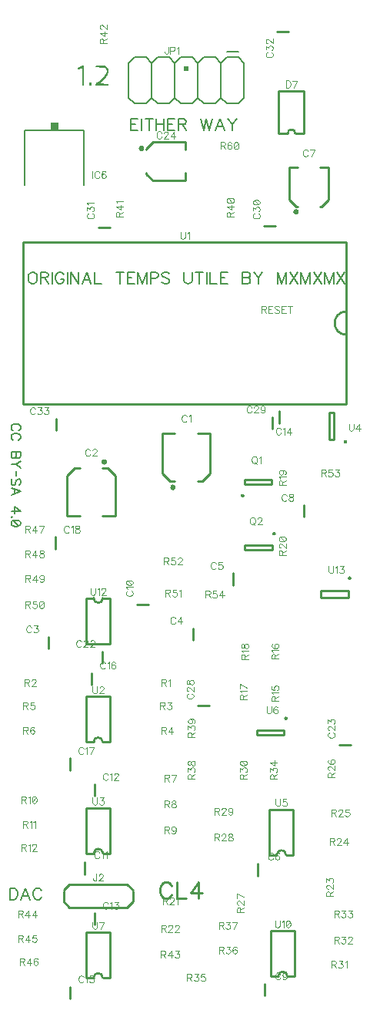
<source format=gto>
G04 DipTrace 4.1.3.1*
G04 uTemp1.2.GTO*
%MOIN*%
G04 #@! TF.FileFunction,Legend,Top*
G04 #@! TF.Part,Single*
%ADD10C,0.009843*%
%ADD16C,0.008*%
%ADD27C,0.006*%
%ADD99C,0.004632*%
%ADD100C,0.010807*%
%ADD102C,0.006176*%
%ADD103C,0.00772*%
%FSLAX26Y26*%
G04*
G70*
G90*
G75*
G01*
G04 TopSilk*
%LPD*%
X1069081Y2868570D2*
D10*
X1124209Y2868598D1*
X1069081Y2868570D2*
Y2693419D1*
X1102550Y2659954D2*
X1069081Y2693419D1*
X1102550Y2659954D2*
X1124209Y2659926D1*
X1222614Y2868598D2*
X1277742Y2868570D1*
Y2693419D1*
X1244273Y2659954D2*
X1277742Y2693419D1*
X1222614Y2659926D2*
X1244273Y2659954D1*
G36*
X1116321Y2622533D2*
X1114780Y2622635D1*
X1113265Y2622936D1*
X1111802Y2623432D1*
X1110416Y2624116D1*
X1109132Y2624974D1*
X1107971Y2625992D1*
X1106952Y2627154D1*
X1106094Y2628438D1*
X1105411Y2629824D1*
X1104914Y2631286D1*
X1104613Y2632802D1*
X1104512Y2634343D1*
X1104613Y2635884D1*
X1104914Y2637400D1*
X1105411Y2638862D1*
X1106094Y2640248D1*
X1106952Y2641532D1*
X1107971Y2642694D1*
X1109132Y2643712D1*
X1110416Y2644570D1*
X1111802Y2645254D1*
X1113265Y2645750D1*
X1114780Y2646052D1*
X1116321Y2646153D1*
X1116323D1*
X1117864Y2646052D1*
X1119379Y2645750D1*
X1120842Y2645254D1*
X1122227Y2644570D1*
X1123512Y2643712D1*
X1124673Y2642694D1*
X1125692Y2641532D1*
X1126550Y2640248D1*
X1127233Y2638862D1*
X1127730Y2637400D1*
X1128031Y2635884D1*
X1128132Y2634343D1*
X1128031Y2632802D1*
X1127730Y2631286D1*
X1127233Y2629824D1*
X1126550Y2628438D1*
X1125692Y2627154D1*
X1124673Y2625992D1*
X1123512Y2624974D1*
X1122227Y2624116D1*
X1120842Y2623432D1*
X1119379Y2622936D1*
X1117864Y2622635D1*
X1116323Y2622533D1*
X1116321D1*
G37*
X865242Y2509961D2*
D10*
X810114Y2509933D1*
X865242Y2509961D2*
Y2685113D1*
X831773Y2718578D2*
X865242Y2685113D1*
X831773Y2718578D2*
X810114Y2718606D1*
X711709Y2509933D2*
X656581Y2509961D1*
Y2685113D1*
X690050Y2718578D2*
X656581Y2685113D1*
X711709Y2718606D2*
X690050Y2718578D1*
G36*
X818002Y2755998D2*
X819544Y2755897D1*
X821059Y2755596D1*
X822521Y2755099D1*
X823907Y2754416D1*
X825191Y2753558D1*
X826353Y2752539D1*
X827371Y2751378D1*
X828229Y2750093D1*
X828913Y2748708D1*
X829409Y2747245D1*
X829711Y2745730D1*
X829812Y2744189D1*
X829711Y2742647D1*
X829409Y2741132D1*
X828913Y2739669D1*
X828229Y2738284D1*
X827371Y2736999D1*
X826353Y2735838D1*
X825191Y2734819D1*
X823907Y2733961D1*
X822521Y2733278D1*
X821059Y2732781D1*
X819544Y2732480D1*
X818002Y2732379D1*
X818001D1*
X816459Y2732480D1*
X814944Y2732781D1*
X813481Y2733278D1*
X812096Y2733961D1*
X810812Y2734819D1*
X809650Y2735838D1*
X808632Y2736999D1*
X807773Y2738284D1*
X807090Y2739669D1*
X806594Y2741132D1*
X806292Y2742647D1*
X806191Y2744189D1*
X806292Y2745730D1*
X806594Y2747245D1*
X807090Y2748708D1*
X807773Y2750093D1*
X808632Y2751378D1*
X809650Y2752539D1*
X810812Y2753558D1*
X812096Y2754416D1*
X813481Y2755099D1*
X814944Y2755596D1*
X816459Y2755897D1*
X818001Y2755998D1*
X818002D1*
G37*
X577271Y1988410D2*
D10*
Y1937268D1*
X1202271Y2025910D2*
Y1974768D1*
X1377076Y2263410D2*
Y2212268D1*
X1482151Y955919D2*
Y1007061D1*
X1620017Y4016365D2*
X1655449Y4016389D1*
X1620017Y4016365D2*
Y3876668D1*
X1649541Y3847108D2*
X1620017Y3876668D1*
X1649541Y3847108D2*
X1655449Y3847085D1*
X1753875Y4016389D2*
X1789308Y4016365D1*
Y3876668D1*
X1759784Y3847108D2*
X1789308Y3876668D1*
X1753875Y3847085D2*
X1759784Y3847108D1*
G36*
X1661341Y3825427D2*
X1661240Y3823886D1*
X1660938Y3822371D1*
X1660442Y3820908D1*
X1659759Y3819523D1*
X1658901Y3818239D1*
X1657882Y3817077D1*
X1656721Y3816059D1*
X1655437Y3815201D1*
X1654051Y3814518D1*
X1652589Y3814021D1*
X1651074Y3813720D1*
X1649533Y3813619D1*
X1647991Y3813720D1*
X1646476Y3814021D1*
X1645014Y3814518D1*
X1643629Y3815201D1*
X1642344Y3816059D1*
X1641183Y3817077D1*
X1640165Y3818239D1*
X1639307Y3819523D1*
X1638623Y3820908D1*
X1638127Y3822371D1*
X1637826Y3823886D1*
X1637725Y3825427D1*
Y3825487D1*
X1637826Y3827028D1*
X1638127Y3828543D1*
X1638623Y3830006D1*
X1639307Y3831391D1*
X1640165Y3832675D1*
X1641183Y3833836D1*
X1642344Y3834855D1*
X1643629Y3835713D1*
X1645014Y3836396D1*
X1646476Y3836893D1*
X1647991Y3837194D1*
X1649533Y3837295D1*
X1651074Y3837194D1*
X1652589Y3836893D1*
X1654051Y3836396D1*
X1655437Y3835713D1*
X1656721Y3834855D1*
X1657882Y3833836D1*
X1658901Y3832675D1*
X1659759Y3831391D1*
X1660442Y3830006D1*
X1660938Y3828543D1*
X1661240Y3827028D1*
X1661341Y3825487D1*
Y3825427D1*
G37*
X1683522Y2557159D2*
D10*
Y2506018D1*
X1513303Y437268D2*
Y488410D1*
X1011483Y2127729D2*
X960341D1*
X732053Y962268D2*
Y1013410D1*
X775803Y1299768D2*
Y1350910D1*
X775901Y743419D2*
Y794561D1*
X1575904Y2912167D2*
Y2963309D1*
X669651Y424670D2*
Y475812D1*
X763401Y1780919D2*
Y1832061D1*
X669651Y1412170D2*
Y1463312D1*
X607249Y2368518D2*
Y2419659D1*
X808325Y1925910D2*
Y1874768D1*
X1886483Y1521480D2*
X1835341D1*
X1170689Y4128734D2*
X1170712Y4093302D1*
X1170689Y4128734D2*
X1030991D1*
X1001431Y4099210D2*
X1030991Y4128734D1*
X1001431Y4099210D2*
X1001408Y4093302D1*
X1170712Y3994876D2*
X1170689Y3959443D1*
X1030991D1*
X1001431Y3988967D2*
X1030991Y3959443D1*
X1001408Y3994876D2*
X1001431Y3988967D1*
G36*
X979750Y4087410D2*
X978209Y4087511D1*
X976694Y4087813D1*
X975231Y4088309D1*
X973846Y4088992D1*
X972562Y4089850D1*
X971401Y4090869D1*
X970382Y4092030D1*
X969524Y4093314D1*
X968841Y4094700D1*
X968344Y4096162D1*
X968043Y4097677D1*
X967942Y4099218D1*
X968043Y4100760D1*
X968344Y4102274D1*
X968841Y4103737D1*
X969524Y4105122D1*
X970382Y4106407D1*
X971401Y4107568D1*
X972562Y4108586D1*
X973846Y4109444D1*
X975231Y4110128D1*
X976694Y4110624D1*
X978209Y4110925D1*
X979750Y4111026D1*
X979810D1*
X981351Y4110925D1*
X982866Y4110624D1*
X984329Y4110128D1*
X985714Y4109444D1*
X986998Y4108586D1*
X988160Y4107568D1*
X989178Y4106407D1*
X990036Y4105122D1*
X990719Y4103737D1*
X991216Y4102274D1*
X991517Y4100760D1*
X991618Y4099218D1*
X991517Y4097677D1*
X991216Y4096162D1*
X990719Y4094700D1*
X990036Y4093314D1*
X989178Y4092030D1*
X988160Y4090869D1*
X986998Y4089850D1*
X985714Y4088992D1*
X984329Y4088309D1*
X982866Y4087813D1*
X981351Y4087511D1*
X979810Y4087410D1*
X979750D1*
G37*
X1274081Y1690327D2*
D10*
X1222939D1*
X1546023Y2938410D2*
Y2887268D1*
X1561483Y3765229D2*
X1510341D1*
X842733Y3758980D2*
X791591D1*
X1566547Y4603761D2*
X1617689D1*
X608522Y2932159D2*
Y2881018D1*
X1684821Y4163665D2*
Y4348712D1*
X1576541D1*
X1574580D2*
Y4163665D1*
X1613943D1*
X1684821D2*
X1645458D1*
G03X1613943Y4163665I-15758J1844D01*
G01*
G36*
X619404Y4181634D2*
Y4211663D1*
X585445D1*
Y4181634D1*
X619404D1*
G37*
X473427Y3941672D2*
D16*
Y4177666D1*
X731448D1*
X731423Y3941672D1*
X642162Y849089D2*
D10*
Y889089D1*
X942162Y849089D2*
Y889089D1*
X667062Y919089D2*
X917262D1*
X667062Y819089D2*
X917262D1*
X642162Y844089D2*
X667062Y819089D1*
X642162Y894089D2*
X667062Y919089D1*
X917262D2*
X942162Y894089D1*
X917262Y819089D2*
X942162Y844089D1*
G36*
X1183443Y4454071D2*
X1163443D1*
Y4434091D1*
X1183443D1*
Y4454071D1*
G37*
X1423443Y4469101D2*
D27*
X1398443Y4494099D1*
X1348443D2*
X1323443Y4469101D1*
X1298443Y4494099D1*
X1248443D2*
X1223443Y4469101D1*
X1198443Y4494099D1*
X1148443D2*
X1123443Y4469101D1*
X1098443Y4494099D1*
X1048443D2*
X1023443Y4469101D1*
X1423443D2*
Y4319094D1*
X1398443Y4294096D1*
X1348443D1*
X1323443Y4319094D1*
X1298443Y4294096D1*
X1248443D1*
X1223443Y4319094D1*
X1198443Y4294096D1*
X1148443D1*
X1123443Y4319094D1*
X1098443Y4294096D1*
X1048443D1*
X1023443Y4319094D1*
X1323443D2*
Y4469101D1*
X1223443Y4319094D2*
Y4469101D1*
X1123443Y4319094D2*
Y4469101D1*
X1023443Y4319094D2*
Y4469101D1*
X1098443Y4494099D2*
X1048443D1*
X1198443D2*
X1148443D1*
X1298443D2*
X1248443D1*
X1398443D2*
X1348443D1*
X1023443Y4469101D2*
X998443Y4494099D1*
X948443D2*
X923443Y4469101D1*
X1023443Y4319094D2*
X998443Y4294096D1*
X948443D1*
X923443Y4319094D1*
Y4469101D1*
X998443Y4494099D2*
X948443D1*
X1398443Y4519096D2*
D16*
X1348443D1*
G36*
X1425265Y2598120D2*
X1425199Y2597115D1*
X1425002Y2596127D1*
X1424679Y2595173D1*
X1424233Y2594269D1*
X1423673Y2593431D1*
X1423009Y2592674D1*
X1422251Y2592010D1*
X1421414Y2591450D1*
X1420510Y2591004D1*
X1419556Y2590680D1*
X1418568Y2590484D1*
X1417563Y2590418D1*
X1416557Y2590484D1*
X1415569Y2590680D1*
X1414615Y2591004D1*
X1413712Y2591450D1*
X1412874Y2592010D1*
X1412116Y2592674D1*
X1411452Y2593431D1*
X1410892Y2594269D1*
X1410447Y2595173D1*
X1410123Y2596127D1*
X1409926Y2597115D1*
X1409860Y2598120D1*
Y2598138D1*
X1409926Y2599143D1*
X1410123Y2600131D1*
X1410447Y2601085D1*
X1410892Y2601989D1*
X1411452Y2602827D1*
X1412116Y2603584D1*
X1412874Y2604248D1*
X1413712Y2604808D1*
X1414615Y2605254D1*
X1415569Y2605578D1*
X1416557Y2605774D1*
X1417563Y2605840D1*
X1418568Y2605774D1*
X1419556Y2605578D1*
X1420510Y2605254D1*
X1421414Y2604808D1*
X1422251Y2604248D1*
X1423009Y2603584D1*
X1423673Y2602827D1*
X1424233Y2601989D1*
X1424679Y2601085D1*
X1425002Y2600131D1*
X1425199Y2599143D1*
X1425265Y2598138D1*
Y2598120D1*
G37*
X1426763Y2648271D2*
D10*
X1544868D1*
Y2667956D1*
X1426763D1*
Y2648271D1*
G36*
X1546558Y2433806D2*
X1546624Y2434812D1*
X1546821Y2435800D1*
X1547145Y2436754D1*
X1547590Y2437657D1*
X1548150Y2438495D1*
X1548814Y2439253D1*
X1549572Y2439917D1*
X1550410Y2440477D1*
X1551313Y2440922D1*
X1552267Y2441246D1*
X1553255Y2441443D1*
X1554261Y2441509D1*
X1555266Y2441443D1*
X1556254Y2441246D1*
X1557208Y2440922D1*
X1558112Y2440477D1*
X1558949Y2439917D1*
X1559707Y2439253D1*
X1560371Y2438495D1*
X1560931Y2437657D1*
X1561377Y2436754D1*
X1561700Y2435800D1*
X1561897Y2434812D1*
X1561963Y2433806D1*
Y2433789D1*
X1561897Y2432783D1*
X1561700Y2431795D1*
X1561377Y2430841D1*
X1560931Y2429938D1*
X1560371Y2429100D1*
X1559707Y2428342D1*
X1558949Y2427678D1*
X1558112Y2427118D1*
X1557208Y2426673D1*
X1556254Y2426349D1*
X1555266Y2426152D1*
X1554261Y2426086D1*
X1553255Y2426152D1*
X1552267Y2426349D1*
X1551313Y2426673D1*
X1550410Y2427118D1*
X1549572Y2427678D1*
X1548814Y2428342D1*
X1548150Y2429100D1*
X1547590Y2429938D1*
X1547145Y2430841D1*
X1546821Y2431795D1*
X1546624Y2432783D1*
X1546558Y2433789D1*
Y2433806D1*
G37*
X1545060Y2383656D2*
D10*
X1426955D1*
Y2363970D1*
X1545060D1*
Y2383656D1*
X1867162Y3694089D2*
X467162D1*
X1867162Y2994089D2*
X467162D1*
Y3694089D2*
Y2994089D1*
X1867162Y3694089D2*
Y2994089D1*
Y3394069D2*
G03X1867162Y3294109I0J-49980D01*
G01*
X843400Y1533161D2*
Y1730016D1*
X741024Y1533161D2*
Y1730016D1*
X843400D2*
X741024D1*
X811907Y1533161D2*
X843400D1*
X772518D2*
X741024D1*
X811907D2*
G03X772518Y1533161I-19694J-9D01*
G01*
X843399Y1051912D2*
Y1248766D1*
X741023Y1051912D2*
Y1248766D1*
X843399D2*
X741023D1*
X811905Y1051912D2*
X843399D1*
X772516D2*
X741023D1*
X811905D2*
G03X772516Y1051912I-19694J-9D01*
G01*
X1637100Y1045711D2*
Y1242566D1*
X1534723Y1045711D2*
Y1242566D1*
X1637100D2*
X1534723D1*
X1605606Y1045711D2*
X1637100D1*
X1566217D2*
X1534723D1*
X1605606D2*
G03X1566217Y1045711I-19694J-9D01*
G01*
G36*
X1597986Y1635430D2*
X1598052Y1636435D1*
X1598249Y1637423D1*
X1598573Y1638377D1*
X1599018Y1639281D1*
X1599578Y1640119D1*
X1600242Y1640876D1*
X1601000Y1641540D1*
X1601837Y1642100D1*
X1602741Y1642546D1*
X1603695Y1642869D1*
X1604683Y1643066D1*
X1605688Y1643132D1*
X1606694Y1643066D1*
X1607682Y1642869D1*
X1608636Y1642546D1*
X1609540Y1642100D1*
X1610377Y1641540D1*
X1611135Y1640876D1*
X1611799Y1640119D1*
X1612359Y1639281D1*
X1612804Y1638377D1*
X1613128Y1637423D1*
X1613325Y1636435D1*
X1613391Y1635430D1*
Y1635412D1*
X1613325Y1634407D1*
X1613128Y1633419D1*
X1612804Y1632465D1*
X1612359Y1631561D1*
X1611799Y1630723D1*
X1611135Y1629966D1*
X1610377Y1629301D1*
X1609540Y1628742D1*
X1608636Y1628296D1*
X1607682Y1627972D1*
X1606694Y1627776D1*
X1605688Y1627710D1*
X1604683Y1627776D1*
X1603695Y1627972D1*
X1602741Y1628296D1*
X1601837Y1628742D1*
X1601000Y1629301D1*
X1600242Y1629966D1*
X1599578Y1630723D1*
X1599018Y1631561D1*
X1598573Y1632464D1*
X1598249Y1633419D1*
X1598052Y1634407D1*
X1597986Y1635412D1*
Y1635430D1*
G37*
X1596488Y1585279D2*
D10*
X1478383D1*
Y1565594D1*
X1596488D1*
Y1585279D1*
X843400Y514412D2*
Y711266D1*
X741024Y514412D2*
Y711266D1*
X843400D2*
X741024D1*
X811907Y514412D2*
X843400D1*
X772518D2*
X741024D1*
X811907D2*
G03X772518Y514412I-19694J-9D01*
G01*
X1643351Y520711D2*
Y717566D1*
X1540974Y520711D2*
Y717566D1*
X1643351D2*
X1540974D1*
X1611857Y520711D2*
X1643351D1*
X1572468D2*
X1540974D1*
X1611857D2*
G03X1572468Y520711I-19694J-9D01*
G01*
X741024Y2155016D2*
Y1958161D1*
X843400Y2155016D2*
Y1958161D1*
X741024D2*
X843400D1*
X772518Y2155016D2*
X741024D1*
X811907D2*
X843400D1*
X772518D2*
G03X811907Y2155016I19694J9D01*
G01*
G36*
X1881579Y2249661D2*
X1882584Y2249595D1*
X1883571Y2249398D1*
X1884525Y2249075D1*
X1885428Y2248630D1*
X1886265Y2248070D1*
X1887022Y2247406D1*
X1887686Y2246649D1*
X1888245Y2245812D1*
X1888691Y2244909D1*
X1889014Y2243956D1*
X1889211Y2242968D1*
X1889277Y2241963D1*
X1889211Y2240959D1*
X1889014Y2239971D1*
X1888691Y2239018D1*
X1888245Y2238114D1*
X1887686Y2237277D1*
X1887022Y2236520D1*
X1886265Y2235856D1*
X1885428Y2235297D1*
X1884525Y2234852D1*
X1883571Y2234528D1*
X1882584Y2234332D1*
X1881579Y2234266D1*
X1881573D1*
X1880568Y2234332D1*
X1879581Y2234528D1*
X1878627Y2234852D1*
X1877724Y2235297D1*
X1876887Y2235856D1*
X1876130Y2236520D1*
X1875466Y2237277D1*
X1874907Y2238114D1*
X1874462Y2239018D1*
X1874138Y2239971D1*
X1873942Y2240959D1*
X1873876Y2241963D1*
X1873942Y2242968D1*
X1874138Y2243956D1*
X1874462Y2244909D1*
X1874907Y2245812D1*
X1875466Y2246649D1*
X1876130Y2247406D1*
X1876887Y2248070D1*
X1877724Y2248630D1*
X1878627Y2249075D1*
X1879581Y2249398D1*
X1880568Y2249595D1*
X1881573Y2249661D1*
X1881579D1*
G37*
X1876314Y2187898D2*
D10*
X1758206D1*
X1876314Y2156407D2*
X1758206D1*
Y2187898D2*
Y2156407D1*
X1876314Y2187898D2*
Y2156407D1*
G36*
X1863059Y2839433D2*
X1864064Y2839367D1*
X1865052Y2839170D1*
X1866006Y2838846D1*
X1866910Y2838401D1*
X1867747Y2837841D1*
X1868505Y2837177D1*
X1869169Y2836419D1*
X1869729Y2835582D1*
X1870174Y2834678D1*
X1870498Y2833724D1*
X1870695Y2832736D1*
X1870761Y2831730D1*
X1870695Y2830725D1*
X1870498Y2829737D1*
X1870174Y2828783D1*
X1869729Y2827879D1*
X1869169Y2827042D1*
X1868505Y2826284D1*
X1867747Y2825620D1*
X1866910Y2825060D1*
X1866006Y2824615D1*
X1865052Y2824291D1*
X1864064Y2824094D1*
X1863059Y2824028D1*
X1863041D1*
X1862036Y2824094D1*
X1861047Y2824291D1*
X1860093Y2824615D1*
X1859190Y2825060D1*
X1858352Y2825620D1*
X1857595Y2826284D1*
X1856930Y2827042D1*
X1856371Y2827879D1*
X1855925Y2828783D1*
X1855601Y2829737D1*
X1855405Y2830725D1*
X1855339Y2831730D1*
X1855405Y2832736D1*
X1855601Y2833724D1*
X1855925Y2834678D1*
X1856371Y2835582D1*
X1856930Y2836419D1*
X1857595Y2837177D1*
X1858352Y2837841D1*
X1859190Y2838401D1*
X1860093Y2838846D1*
X1861047Y2839170D1*
X1862035Y2839367D1*
X1863041Y2839433D1*
X1863059D1*
G37*
X1812908Y2840931D2*
D10*
Y2959036D1*
X1793223D1*
Y2840931D1*
X1812908D1*
G36*
X796298Y4457354D2*
X783700Y4456304D1*
X778450Y4455254D1*
Y4450005D1*
X817296Y4448955D1*
X821495Y4447905D1*
X822545Y4446855D1*
X824645Y4445806D1*
X826744Y4443706D1*
Y4442656D1*
X827794Y4439506D1*
X828844Y4438456D1*
Y4429008D1*
X827794Y4427958D1*
X826744Y4424808D1*
X825694Y4422708D1*
X821495Y4416409D1*
X818345Y4412210D1*
Y4411160D1*
X806797Y4399611D1*
X804697Y4398561D1*
X798398Y4393312D1*
X793149Y4389113D1*
X784750Y4382813D1*
X781600Y4380714D1*
X779500Y4378614D1*
Y4371265D1*
X837243D1*
Y4378614D1*
X795248Y4379664D1*
X796298Y4380714D1*
X798398Y4381764D1*
X802597Y4384913D1*
X807847Y4389113D1*
X825694Y4406960D1*
X831994Y4416409D1*
X834093Y4420609D1*
X836193Y4426908D1*
X837243Y4433207D1*
X836193Y4440556D1*
X835143Y4443706D1*
X833044Y4447905D1*
X830944Y4451055D1*
X829894Y4452105D1*
X825694Y4455254D1*
X819395Y4457354D1*
X796298D1*
G37*
G36*
X722807Y4456304D2*
X703910Y4446855D1*
Y4441606D1*
X706009D1*
X718608Y4445806D1*
X720358Y4446855D1*
X722107D1*
X723857Y4445806D1*
Y4371265D1*
X731206D1*
Y4456304D1*
X722807D1*
G37*
G36*
X753254Y4382813D2*
X752204Y4381764D1*
Y4372315D1*
X753254Y4371265D1*
X761652D1*
X762702Y4372315D1*
Y4381764D1*
X761652Y4382813D1*
X753254D1*
G37*
X445564Y2879603D2*
D102*
X449367Y2881504D1*
X453214Y2885351D1*
X455115Y2889153D1*
Y2896803D1*
X453214Y2900649D1*
X449367Y2904452D1*
X445564Y2906397D1*
X439816Y2908299D1*
X430222D1*
X424518Y2906397D1*
X420671Y2904452D1*
X416869Y2900649D1*
X414923Y2896803D1*
Y2889153D1*
X416869Y2885351D1*
X420671Y2881504D1*
X424518Y2879603D1*
X445564Y2838555D2*
X449367Y2840457D1*
X453214Y2844303D1*
X455115Y2848106D1*
Y2855755D1*
X453214Y2859602D1*
X449367Y2863405D1*
X445564Y2865350D1*
X439816Y2867251D1*
X430222D1*
X424518Y2865350D1*
X420671Y2863405D1*
X416869Y2859602D1*
X414923Y2855755D1*
Y2848106D1*
X416869Y2844303D1*
X420671Y2840457D1*
X424518Y2838555D1*
X455115Y2787323D2*
X414923D1*
Y2770079D1*
X416869Y2764331D1*
X418770Y2762430D1*
X422572Y2760529D1*
X428320D1*
X432167Y2762430D1*
X434068Y2764331D1*
X435970Y2770079D1*
X437915Y2764331D1*
X439816Y2762430D1*
X443619Y2760529D1*
X447466D1*
X451268Y2762430D1*
X453214Y2764331D1*
X455115Y2770079D1*
Y2787323D1*
X435970D2*
Y2770079D1*
X455115Y2748177D2*
X435970Y2732879D1*
X414923D1*
X455115Y2717580D2*
X435970Y2732879D1*
X434997Y2705229D2*
Y2683121D1*
X449367Y2643975D2*
X453214Y2647777D1*
X455115Y2653525D1*
Y2661175D1*
X453214Y2666923D1*
X449367Y2670769D1*
X445564D1*
X441718Y2668824D1*
X439816Y2666923D1*
X437915Y2663120D1*
X434068Y2651624D1*
X432167Y2647777D1*
X430222Y2645876D1*
X426419Y2643975D1*
X420671D1*
X416869Y2647777D1*
X414923Y2653525D1*
Y2661175D1*
X416869Y2666923D1*
X420671Y2670769D1*
X414923Y2600982D2*
X455115Y2616325D1*
X414923Y2631623D1*
X428320Y2625875D2*
Y2606730D1*
X414923Y2530604D2*
X455071D1*
X428320Y2549750D1*
Y2521054D1*
X418770Y2506801D2*
X416824Y2508702D1*
X414923Y2506801D1*
X416824Y2504856D1*
X418770Y2506801D1*
X455071Y2481008D2*
X453170Y2486756D1*
X447422Y2490603D1*
X437871Y2492504D1*
X432123D1*
X422572Y2490603D1*
X416824Y2486756D1*
X414923Y2481008D1*
Y2477206D1*
X416824Y2471458D1*
X422572Y2467655D1*
X432123Y2465709D1*
X437871D1*
X447422Y2467655D1*
X453170Y2471458D1*
X455071Y2477206D1*
Y2481008D1*
X447422Y2467655D2*
X422572Y2490603D1*
X964584Y4227130D2*
D103*
X933522D1*
Y4176890D1*
X964584D1*
X933522Y4203198D2*
X952645D1*
X980023Y4227130D2*
Y4176890D1*
X1012209Y4227130D2*
Y4176890D1*
X995462Y4227130D2*
X1028955D1*
X1044395D2*
Y4176890D1*
X1077888Y4227130D2*
Y4176890D1*
X1044395Y4203198D2*
X1077888D1*
X1124389Y4227130D2*
X1093327D1*
Y4176890D1*
X1124389D1*
X1093327Y4203198D2*
X1112451D1*
X1139828D2*
X1161328D1*
X1168513Y4205630D1*
X1170945Y4208007D1*
X1173321Y4212760D1*
Y4217568D1*
X1170945Y4222321D1*
X1168513Y4224753D1*
X1161328Y4227130D1*
X1139828D1*
Y4176890D1*
X1156575Y4203198D2*
X1173321Y4176890D1*
X1237362Y4227130D2*
X1249355Y4176890D1*
X1261293Y4227130D1*
X1273231Y4176890D1*
X1285225Y4227130D1*
X1338966Y4176890D2*
X1319787Y4227130D1*
X1300664Y4176890D1*
X1307849Y4193637D2*
X1331781D1*
X1354405Y4227130D2*
X1373529Y4203198D1*
Y4176890D1*
X1392652Y4227130D2*
X1373529Y4203198D1*
X503445Y3564630D2*
X498636Y3562253D1*
X493883Y3557445D1*
X491451Y3552692D1*
X489075Y3545507D1*
Y3533513D1*
X491451Y3526383D1*
X493883Y3521575D1*
X498636Y3516822D1*
X503445Y3514390D1*
X513006D1*
X517760Y3516822D1*
X522568Y3521575D1*
X524945Y3526383D1*
X527321Y3533513D1*
Y3545507D1*
X524945Y3552692D1*
X522568Y3557445D1*
X517760Y3562253D1*
X513006Y3564630D1*
X503445D1*
X542760Y3540698D2*
X564260D1*
X571445Y3543130D1*
X573877Y3545507D1*
X576254Y3550260D1*
Y3555068D1*
X573877Y3559821D1*
X571445Y3562253D1*
X564260Y3564630D1*
X542760D1*
Y3514390D1*
X559507Y3540698D2*
X576254Y3514390D1*
X591693Y3564630D2*
Y3514390D1*
X643002Y3552692D2*
X640626Y3557445D1*
X635817Y3562253D1*
X631064Y3564630D1*
X621502D1*
X616694Y3562253D1*
X611941Y3557445D1*
X609509Y3552692D1*
X607132Y3545507D1*
Y3533513D1*
X609509Y3526383D1*
X611941Y3521575D1*
X616694Y3516822D1*
X621502Y3514390D1*
X631064D1*
X635817Y3516822D1*
X640626Y3521575D1*
X643002Y3526383D1*
Y3533513D1*
X631064D1*
X658441Y3564630D2*
Y3514390D1*
X707374Y3564630D2*
Y3514390D1*
X673881Y3564630D1*
Y3514390D1*
X761115D2*
X741936Y3564630D1*
X722813Y3514390D1*
X729998Y3531137D2*
X753930D1*
X776554Y3564630D2*
Y3514390D1*
X805239D1*
X886026Y3564630D2*
Y3514390D1*
X869279Y3564630D2*
X902773D1*
X949273D2*
X918212D1*
Y3514390D1*
X949273D1*
X918212Y3540698D2*
X937335D1*
X1002959Y3514390D2*
Y3564630D1*
X983836Y3514390D1*
X964713Y3564630D1*
Y3514390D1*
X1018398Y3538322D2*
X1039954D1*
X1047083Y3540698D1*
X1049515Y3543130D1*
X1051892Y3547883D1*
Y3555068D1*
X1049515Y3559821D1*
X1047083Y3562253D1*
X1039954Y3564630D1*
X1018398D1*
Y3514390D1*
X1100824Y3557445D2*
X1096071Y3562253D1*
X1088886Y3564630D1*
X1079325D1*
X1072139Y3562253D1*
X1067331Y3557445D1*
Y3552692D1*
X1069763Y3547883D1*
X1072139Y3545507D1*
X1076893Y3543130D1*
X1091263Y3538322D1*
X1096071Y3535945D1*
X1098448Y3533513D1*
X1100824Y3528760D1*
Y3521575D1*
X1096071Y3516822D1*
X1088886Y3514390D1*
X1079325D1*
X1072139Y3516822D1*
X1067331Y3521575D1*
X1164865Y3564630D2*
Y3528760D1*
X1167241Y3521575D1*
X1172050Y3516822D1*
X1179235Y3514390D1*
X1183988D1*
X1191173Y3516822D1*
X1195981Y3521575D1*
X1198358Y3528760D1*
Y3564630D1*
X1230544D2*
Y3514390D1*
X1213797Y3564630D2*
X1247290D1*
X1262730D2*
Y3514390D1*
X1278169Y3564630D2*
Y3514390D1*
X1306854D1*
X1353355Y3564630D2*
X1322293D1*
Y3514390D1*
X1353355D1*
X1322293Y3540698D2*
X1341416D1*
X1417395Y3564630D2*
Y3514390D1*
X1438950D1*
X1446135Y3516822D1*
X1448512Y3519198D1*
X1450888Y3523952D1*
Y3531137D1*
X1448512Y3535945D1*
X1446135Y3538322D1*
X1438950Y3540698D1*
X1446135Y3543130D1*
X1448512Y3545507D1*
X1450888Y3550260D1*
Y3555068D1*
X1448512Y3559821D1*
X1446135Y3562253D1*
X1438950Y3564630D1*
X1417395D1*
Y3540698D2*
X1438950D1*
X1466327Y3564630D2*
X1485451Y3540698D1*
Y3514390D1*
X1504574Y3564630D2*
X1485451Y3540698D1*
X1606861Y3514390D2*
Y3564630D1*
X1587737Y3514390D1*
X1568614Y3564630D1*
Y3514390D1*
X1622300Y3564630D2*
X1655793Y3514390D1*
Y3564630D2*
X1622300Y3514390D1*
X1709479D2*
Y3564630D1*
X1690356Y3514390D1*
X1671232Y3564630D1*
Y3514390D1*
X1724918Y3564630D2*
X1758412Y3514390D1*
Y3564630D2*
X1724918Y3514390D1*
X1812097D2*
Y3564630D1*
X1792974Y3514390D1*
X1773851Y3564630D1*
Y3514390D1*
X1827537Y3564630D2*
X1861030Y3514390D1*
Y3564630D2*
X1827537Y3514390D1*
X1110296Y909825D2*
D100*
X1106969Y916479D1*
X1100237Y923211D1*
X1093582Y926538D1*
X1080196D1*
X1073464Y923211D1*
X1066810Y916479D1*
X1063405Y909825D1*
X1060078Y899765D1*
Y882975D1*
X1063405Y872993D1*
X1066810Y866261D1*
X1073464Y859607D1*
X1080196Y856202D1*
X1093582D1*
X1100237Y859607D1*
X1106969Y866261D1*
X1110296Y872993D1*
X1131911Y926538D2*
Y856202D1*
X1172070D1*
X1227189D2*
Y926461D1*
X1193685Y879647D1*
X1243902D1*
X408602Y902075D2*
D103*
Y851835D1*
X425349D1*
X432534Y854267D1*
X437342Y859020D1*
X439719Y863828D1*
X442096Y870958D1*
Y882952D1*
X439719Y890137D1*
X437342Y894890D1*
X432534Y899698D1*
X425349Y902075D1*
X408602D1*
X495837Y851835D2*
X476658Y902075D1*
X457535Y851835D1*
X464720Y868581D2*
X488652D1*
X547146Y890137D2*
X544769Y894890D1*
X539961Y899698D1*
X535208Y902075D1*
X525646D1*
X520837Y899698D1*
X516084Y894890D1*
X513652Y890137D1*
X511276Y882952D1*
Y870958D1*
X513652Y863828D1*
X516084Y859020D1*
X520837Y854267D1*
X525646Y851835D1*
X535208D1*
X539961Y854267D1*
X544769Y859020D1*
X547146Y863828D1*
X1175943Y2939816D2*
D99*
X1174517Y2942668D1*
X1171632Y2945553D1*
X1168780Y2946979D1*
X1163043D1*
X1160158Y2945553D1*
X1157306Y2942668D1*
X1155847Y2939816D1*
X1154421Y2935505D1*
Y2928309D1*
X1155847Y2924031D1*
X1157306Y2921146D1*
X1160158Y2918294D1*
X1163043Y2916835D1*
X1168780D1*
X1171632Y2918294D1*
X1174517Y2921146D1*
X1175943Y2924031D1*
X1185206Y2941209D2*
X1188091Y2942668D1*
X1192402Y2946946D1*
Y2916835D1*
X756993Y2792769D2*
X755567Y2795621D1*
X752682Y2798506D1*
X749830Y2799932D1*
X744093D1*
X741208Y2798506D1*
X738356Y2795621D1*
X736897Y2792769D1*
X735471Y2788458D1*
Y2781262D1*
X736897Y2776984D1*
X738356Y2774099D1*
X741208Y2771247D1*
X744093Y2769788D1*
X749830D1*
X752682Y2771247D1*
X755567Y2774099D1*
X756993Y2776984D1*
X767716Y2792736D2*
Y2794162D1*
X769141Y2797047D1*
X770567Y2798473D1*
X773453Y2799899D1*
X779189D1*
X782041Y2798473D1*
X783467Y2797047D1*
X784926Y2794162D1*
Y2791310D1*
X783467Y2788425D1*
X780615Y2784147D1*
X766256Y2769788D1*
X786352D1*
X502476Y2029138D2*
X501050Y2031990D1*
X498165Y2034875D1*
X495313Y2036301D1*
X489576D1*
X486691Y2034875D1*
X483839Y2031990D1*
X482380Y2029138D1*
X480954Y2024827D1*
Y2017631D1*
X482380Y2013353D1*
X483839Y2010468D1*
X486691Y2007616D1*
X489576Y2006157D1*
X495313D1*
X498165Y2007616D1*
X501050Y2010468D1*
X502476Y2013353D1*
X514624Y2036268D2*
X530376D1*
X521787Y2024794D1*
X526098D1*
X528950Y2023368D1*
X530376Y2021942D1*
X531835Y2017631D1*
Y2014779D1*
X530376Y2010468D1*
X527524Y2007583D1*
X523213Y2006157D1*
X518902D1*
X514624Y2007583D1*
X513198Y2009042D1*
X511739Y2011894D1*
X1126763Y2066638D2*
X1125337Y2069490D1*
X1122452Y2072375D1*
X1119600Y2073801D1*
X1113863D1*
X1110978Y2072375D1*
X1108126Y2069490D1*
X1106667Y2066638D1*
X1105241Y2062327D1*
Y2055131D1*
X1106667Y2050853D1*
X1108126Y2047968D1*
X1110978Y2045116D1*
X1113863Y2043657D1*
X1119600D1*
X1122452Y2045116D1*
X1125337Y2047968D1*
X1126763Y2050853D1*
X1150385Y2043657D2*
Y2073768D1*
X1136026Y2053705D1*
X1157548D1*
X1302280Y2304138D2*
X1300854Y2306990D1*
X1297969Y2309875D1*
X1295117Y2311301D1*
X1289380D1*
X1286495Y2309875D1*
X1283643Y2306990D1*
X1282184Y2304138D1*
X1280758Y2299827D1*
Y2292631D1*
X1282184Y2288353D1*
X1283643Y2285468D1*
X1286495Y2282616D1*
X1289380Y2281157D1*
X1295117D1*
X1297969Y2282616D1*
X1300854Y2285468D1*
X1302280Y2288353D1*
X1328755Y2311268D2*
X1314429D1*
X1313003Y2298368D1*
X1314429Y2299794D1*
X1318740Y2301253D1*
X1323018D1*
X1327329Y2299794D1*
X1330214Y2296942D1*
X1331640Y2292631D1*
Y2289779D1*
X1330214Y2285468D1*
X1327329Y2282583D1*
X1323018Y2281157D1*
X1318740D1*
X1314429Y2282583D1*
X1313003Y2284042D1*
X1311544Y2286894D1*
X1549838Y1047789D2*
X1548412Y1050641D1*
X1545527Y1053526D1*
X1542675Y1054952D1*
X1536938D1*
X1534053Y1053526D1*
X1531201Y1050641D1*
X1529742Y1047789D1*
X1528316Y1043478D1*
Y1036282D1*
X1529742Y1032004D1*
X1531201Y1029119D1*
X1534053Y1026267D1*
X1536938Y1024808D1*
X1542675D1*
X1545527Y1026267D1*
X1548412Y1029119D1*
X1549838Y1032004D1*
X1576312Y1050641D2*
X1574886Y1053492D1*
X1570575Y1054918D1*
X1567724D1*
X1563412Y1053492D1*
X1560527Y1049181D1*
X1559101Y1042019D1*
Y1034856D1*
X1560527Y1029119D1*
X1563412Y1026234D1*
X1567724Y1024808D1*
X1569149D1*
X1573427Y1026234D1*
X1576312Y1029119D1*
X1577738Y1033430D1*
Y1034856D1*
X1576312Y1039167D1*
X1573427Y1042019D1*
X1569149Y1043444D1*
X1567724D1*
X1563412Y1042019D1*
X1560527Y1039167D1*
X1559101Y1034856D1*
X1700744Y4087602D2*
X1699318Y4090454D1*
X1696433Y4093339D1*
X1693581Y4094765D1*
X1687844D1*
X1684959Y4093339D1*
X1682107Y4090454D1*
X1680648Y4087602D1*
X1679222Y4083291D1*
Y4076095D1*
X1680648Y4071817D1*
X1682107Y4068932D1*
X1684959Y4066080D1*
X1687844Y4064621D1*
X1693581D1*
X1696433Y4066080D1*
X1699318Y4068932D1*
X1700744Y4071817D1*
X1715744Y4064621D2*
X1730103Y4094732D1*
X1710007D1*
X1608743Y2597887D2*
X1607317Y2600739D1*
X1604432Y2603624D1*
X1601580Y2605050D1*
X1595843D1*
X1592958Y2603624D1*
X1590106Y2600739D1*
X1588647Y2597887D1*
X1587221Y2593576D1*
Y2586380D1*
X1588647Y2582102D1*
X1590106Y2579217D1*
X1592958Y2576365D1*
X1595843Y2574906D1*
X1601580D1*
X1604432Y2576365D1*
X1607317Y2579217D1*
X1608743Y2582102D1*
X1625170Y2605017D2*
X1620892Y2603591D1*
X1619433Y2600739D1*
Y2597854D1*
X1620892Y2595002D1*
X1623744Y2593543D1*
X1629481Y2592117D1*
X1633792Y2590691D1*
X1636643Y2587806D1*
X1638069Y2584954D1*
Y2580643D1*
X1636643Y2577791D1*
X1635218Y2576332D1*
X1630907Y2574906D1*
X1625170D1*
X1620892Y2576332D1*
X1619433Y2577791D1*
X1618007Y2580643D1*
Y2584954D1*
X1619433Y2587806D1*
X1622318Y2590691D1*
X1626595Y2592117D1*
X1632332Y2593543D1*
X1635218Y2595002D1*
X1636643Y2597854D1*
Y2600739D1*
X1635218Y2603591D1*
X1630907Y2605017D1*
X1625170D1*
X1580974Y529138D2*
X1579548Y531990D1*
X1576663Y534875D1*
X1573811Y536301D1*
X1568074D1*
X1565189Y534875D1*
X1562337Y531990D1*
X1560878Y529138D1*
X1559452Y524827D1*
Y517631D1*
X1560878Y513353D1*
X1562337Y510468D1*
X1565189Y507616D1*
X1568074Y506157D1*
X1573811D1*
X1576663Y507616D1*
X1579548Y510468D1*
X1580974Y513353D1*
X1608907Y526253D2*
X1607448Y521942D1*
X1604596Y519057D1*
X1600285Y517631D1*
X1598859D1*
X1594548Y519057D1*
X1591696Y521942D1*
X1590237Y526253D1*
Y527679D1*
X1591696Y531990D1*
X1594548Y534842D1*
X1598859Y536268D1*
X1600285D1*
X1604596Y534842D1*
X1607448Y531990D1*
X1608907Y526253D1*
Y519057D1*
X1607448Y511894D1*
X1604596Y507583D1*
X1600285Y506157D1*
X1597433D1*
X1593122Y507583D1*
X1591696Y510468D1*
X919613Y2186457D2*
X916761Y2185031D1*
X913876Y2182146D1*
X912450Y2179294D1*
Y2173557D1*
X913876Y2170672D1*
X916761Y2167820D1*
X919613Y2166361D1*
X923924Y2164935D1*
X931120D1*
X935398Y2166361D1*
X938283Y2167820D1*
X941135Y2170672D1*
X942594Y2173557D1*
Y2179294D1*
X941135Y2182146D1*
X938283Y2185031D1*
X935398Y2186457D1*
X918220Y2195721D2*
X916761Y2198606D1*
X912483Y2202917D1*
X942594D1*
X912483Y2220802D2*
X913909Y2216491D1*
X918220Y2213606D1*
X925383Y2212180D1*
X929694D1*
X936857Y2213606D1*
X941168Y2216491D1*
X942594Y2220802D1*
Y2223654D1*
X941168Y2227965D1*
X936857Y2230817D1*
X929694Y2232276D1*
X925383D1*
X918220Y2230817D1*
X913909Y2227965D1*
X912483Y2223654D1*
Y2220802D1*
X918220Y2230817D2*
X936857Y2213606D1*
X797231Y1054138D2*
X795805Y1056990D1*
X792920Y1059875D1*
X790068Y1061301D1*
X784331D1*
X781446Y1059875D1*
X778594Y1056990D1*
X777135Y1054138D1*
X775709Y1049827D1*
Y1042631D1*
X777135Y1038353D1*
X778594Y1035468D1*
X781446Y1032616D1*
X784331Y1031157D1*
X790068D1*
X792920Y1032616D1*
X795805Y1035468D1*
X797231Y1038353D1*
X806495Y1055531D2*
X809380Y1056990D1*
X813691Y1061268D1*
Y1031157D1*
X822955Y1055531D2*
X825840Y1056990D1*
X830151Y1061268D1*
Y1031157D1*
X834531Y1391638D2*
X833105Y1394490D1*
X830220Y1397375D1*
X827368Y1398801D1*
X821631D1*
X818746Y1397375D1*
X815894Y1394490D1*
X814435Y1391638D1*
X813009Y1387327D1*
Y1380131D1*
X814435Y1375853D1*
X815894Y1372968D1*
X818746Y1370116D1*
X821631Y1368657D1*
X827368D1*
X830220Y1370116D1*
X833105Y1372968D1*
X834531Y1375853D1*
X843794Y1393031D2*
X846679Y1394490D1*
X850990Y1398768D1*
Y1368657D1*
X861713Y1391605D2*
Y1393031D1*
X863139Y1395916D1*
X864565Y1397342D1*
X867450Y1398768D1*
X873187D1*
X876039Y1397342D1*
X877465Y1395916D1*
X878924Y1393031D1*
Y1390179D1*
X877465Y1387294D1*
X874613Y1383016D1*
X860254Y1368657D1*
X880350D1*
X834629Y835289D2*
X833203Y838141D1*
X830318Y841026D1*
X827466Y842452D1*
X821729D1*
X818844Y841026D1*
X815992Y838141D1*
X814533Y835289D1*
X813107Y830978D1*
Y823782D1*
X814533Y819504D1*
X815992Y816619D1*
X818844Y813767D1*
X821729Y812308D1*
X827466D1*
X830318Y813767D1*
X833203Y816619D1*
X834629Y819504D1*
X843893Y836681D2*
X846778Y838141D1*
X851089Y842418D1*
Y812308D1*
X863237Y842418D2*
X878989D1*
X870400Y830944D1*
X874711D1*
X877563Y829519D1*
X878989Y828093D1*
X880448Y823782D1*
Y820930D1*
X878989Y816619D1*
X876137Y813734D1*
X871826Y812308D1*
X867515D1*
X863237Y813734D1*
X861812Y815193D1*
X860352Y818045D1*
X1583924Y2885299D2*
X1582498Y2888151D1*
X1579613Y2891036D1*
X1576761Y2892462D1*
X1571024D1*
X1568139Y2891036D1*
X1565287Y2888151D1*
X1563828Y2885299D1*
X1562402Y2880988D1*
Y2873792D1*
X1563828Y2869514D1*
X1565287Y2866629D1*
X1568139Y2863777D1*
X1571024Y2862318D1*
X1576761D1*
X1579613Y2863777D1*
X1582498Y2866629D1*
X1583924Y2869514D1*
X1593188Y2886692D2*
X1596073Y2888151D1*
X1600384Y2892429D1*
Y2862318D1*
X1624006D2*
Y2892429D1*
X1609647Y2872366D1*
X1631169D1*
X728379Y516539D2*
X726953Y519391D1*
X724068Y522276D1*
X721216Y523702D1*
X715479D1*
X712594Y522276D1*
X709742Y519391D1*
X708283Y516539D1*
X706857Y512228D1*
Y505032D1*
X708283Y500754D1*
X709742Y497869D1*
X712594Y495017D1*
X715479Y493558D1*
X721216D1*
X724068Y495017D1*
X726953Y497869D1*
X728379Y500754D1*
X737642Y517932D2*
X740527Y519391D1*
X744838Y523669D1*
Y493558D1*
X771313Y523669D2*
X756987D1*
X755561Y510769D1*
X756987Y512195D1*
X761298Y513654D1*
X765576D1*
X769887Y512195D1*
X772772Y509343D1*
X774198Y505032D1*
Y502180D1*
X772772Y497869D1*
X769887Y494984D1*
X765576Y493558D1*
X761298D1*
X756987Y494984D1*
X755561Y496443D1*
X754102Y499295D1*
X822859Y1872789D2*
X821433Y1875641D1*
X818548Y1878526D1*
X815696Y1879952D1*
X809959D1*
X807074Y1878526D1*
X804222Y1875641D1*
X802763Y1872789D1*
X801337Y1868478D1*
Y1861282D1*
X802763Y1857004D1*
X804222Y1854119D1*
X807074Y1851267D1*
X809959Y1849808D1*
X815696D1*
X818548Y1851267D1*
X821433Y1854119D1*
X822859Y1857004D1*
X832122Y1874181D2*
X835007Y1875641D1*
X839318Y1879918D1*
Y1849808D1*
X865793Y1875641D2*
X864367Y1878492D1*
X860056Y1879918D1*
X857204D1*
X852893Y1878492D1*
X850008Y1874181D1*
X848582Y1867019D1*
Y1859856D1*
X850008Y1854119D1*
X852893Y1851234D1*
X857204Y1849808D1*
X858630D1*
X862908Y1851234D1*
X865793Y1854119D1*
X867219Y1858430D1*
Y1859856D1*
X865793Y1864167D1*
X862908Y1867019D1*
X858630Y1868444D1*
X857204D1*
X852893Y1867019D1*
X850008Y1864167D1*
X848582Y1859856D1*
X728379Y1504039D2*
X726953Y1506891D1*
X724068Y1509776D1*
X721216Y1511202D1*
X715479D1*
X712594Y1509776D1*
X709742Y1506891D1*
X708283Y1504039D1*
X706857Y1499728D1*
Y1492532D1*
X708283Y1488254D1*
X709742Y1485369D1*
X712594Y1482517D1*
X715479Y1481058D1*
X721216D1*
X724068Y1482517D1*
X726953Y1485369D1*
X728379Y1488254D1*
X737642Y1505432D2*
X740527Y1506891D1*
X744838Y1511169D1*
Y1481058D1*
X759839D2*
X774198Y1511169D1*
X754102D1*
X665994Y2460387D2*
X664568Y2463239D1*
X661683Y2466124D1*
X658831Y2467550D1*
X653094D1*
X650209Y2466124D1*
X647357Y2463239D1*
X645898Y2460387D1*
X644472Y2456076D1*
Y2448880D1*
X645898Y2444602D1*
X647357Y2441717D1*
X650209Y2438865D1*
X653094Y2437406D1*
X658831D1*
X661683Y2438865D1*
X664568Y2441717D1*
X665994Y2444602D1*
X675257Y2461780D2*
X678142Y2463239D1*
X682453Y2467517D1*
Y2437406D1*
X698880Y2467517D2*
X694602Y2466091D1*
X693143Y2463239D1*
Y2460354D1*
X694602Y2457502D1*
X697454Y2456043D1*
X703191Y2454617D1*
X707502Y2453191D1*
X710354Y2450306D1*
X711780Y2447454D1*
Y2443143D1*
X710354Y2440291D1*
X708928Y2438832D1*
X704617Y2437406D1*
X698880D1*
X694602Y2438832D1*
X693143Y2440291D1*
X691717Y2443143D1*
Y2447454D1*
X693143Y2450306D1*
X696028Y2453191D1*
X700306Y2454617D1*
X706043Y2456043D1*
X708928Y2457502D1*
X710354Y2460354D1*
Y2463239D1*
X708928Y2466091D1*
X704617Y2467517D1*
X698880D1*
X718850Y1966638D2*
X717424Y1969490D1*
X714539Y1972375D1*
X711687Y1973801D1*
X705950D1*
X703065Y1972375D1*
X700213Y1969490D1*
X698754Y1966638D1*
X697328Y1962327D1*
Y1955131D1*
X698754Y1950853D1*
X700213Y1947968D1*
X703065Y1945116D1*
X705950Y1943657D1*
X711687D1*
X714539Y1945116D1*
X717424Y1947968D1*
X718850Y1950853D1*
X729573Y1966605D2*
Y1968031D1*
X730998Y1970916D1*
X732424Y1972342D1*
X735309Y1973768D1*
X741046D1*
X743898Y1972342D1*
X745324Y1970916D1*
X746783Y1968031D1*
Y1965179D1*
X745324Y1962294D1*
X742472Y1958016D1*
X728113Y1943657D1*
X748209D1*
X758932Y1966605D2*
Y1968031D1*
X760358Y1970916D1*
X761784Y1972342D1*
X764669Y1973768D1*
X770406D1*
X773258Y1972342D1*
X774684Y1970916D1*
X776143Y1968031D1*
Y1965179D1*
X774684Y1962294D1*
X771832Y1958016D1*
X757473Y1943657D1*
X777569D1*
X1794613Y1573758D2*
X1791761Y1572332D1*
X1788876Y1569447D1*
X1787450Y1566595D1*
Y1560858D1*
X1788876Y1557973D1*
X1791761Y1555121D1*
X1794613Y1553662D1*
X1798924Y1552236D1*
X1806120D1*
X1810398Y1553662D1*
X1813283Y1555121D1*
X1816135Y1557973D1*
X1817594Y1560858D1*
Y1566595D1*
X1816135Y1569447D1*
X1813283Y1572332D1*
X1810398Y1573758D1*
X1794646Y1584480D2*
X1793220D1*
X1790335Y1585906D1*
X1788909Y1587332D1*
X1787483Y1590217D1*
Y1595954D1*
X1788909Y1598806D1*
X1790335Y1600232D1*
X1793220Y1601691D1*
X1796072D1*
X1798957Y1600232D1*
X1803235Y1597380D1*
X1817594Y1583021D1*
Y1603117D1*
X1787483Y1615266D2*
Y1631018D1*
X1798957Y1622429D1*
Y1626740D1*
X1800383Y1629592D1*
X1801809Y1631018D1*
X1806120Y1632477D1*
X1808972D1*
X1813283Y1631018D1*
X1816168Y1628166D1*
X1817594Y1623855D1*
Y1619544D1*
X1816168Y1615266D1*
X1814709Y1613840D1*
X1811857Y1612381D1*
X1066748Y4165505D2*
X1065322Y4168357D1*
X1062437Y4171242D1*
X1059585Y4172668D1*
X1053849D1*
X1050963Y4171242D1*
X1048112Y4168357D1*
X1046652Y4165505D1*
X1045226Y4161194D1*
Y4153998D1*
X1046652Y4149720D1*
X1048112Y4146835D1*
X1050963Y4143983D1*
X1053849Y4142524D1*
X1059585D1*
X1062437Y4143983D1*
X1065322Y4146835D1*
X1066748Y4149720D1*
X1077471Y4165472D2*
Y4166898D1*
X1078897Y4169783D1*
X1080323Y4171209D1*
X1083208Y4172635D1*
X1088945D1*
X1091797Y4171209D1*
X1093223Y4169783D1*
X1094682Y4166898D1*
Y4164046D1*
X1093223Y4161161D1*
X1090371Y4156883D1*
X1076012Y4142524D1*
X1096108D1*
X1119731D2*
Y4172635D1*
X1105372Y4152572D1*
X1126893D1*
X1182212Y1742622D2*
X1179360Y1741196D1*
X1176475Y1738311D1*
X1175049Y1735459D1*
Y1729722D1*
X1176475Y1726837D1*
X1179360Y1723985D1*
X1182212Y1722526D1*
X1186523Y1721100D1*
X1193719D1*
X1197997Y1722526D1*
X1200882Y1723985D1*
X1203734Y1726837D1*
X1205193Y1729722D1*
Y1735459D1*
X1203734Y1738311D1*
X1200882Y1741196D1*
X1197997Y1742622D1*
X1182245Y1753345D2*
X1180819D1*
X1177934Y1754771D1*
X1176508Y1756197D1*
X1175082Y1759082D1*
Y1764819D1*
X1176508Y1767671D1*
X1177934Y1769097D1*
X1180819Y1770556D1*
X1183671D1*
X1186556Y1769097D1*
X1190834Y1766245D1*
X1205193Y1751886D1*
Y1771982D1*
X1175082Y1788408D2*
X1176508Y1784130D1*
X1179360Y1782671D1*
X1182245D1*
X1185097Y1784130D1*
X1186556Y1786982D1*
X1187982Y1792719D1*
X1189408Y1797030D1*
X1192293Y1799882D1*
X1195145Y1801308D1*
X1199456D1*
X1202308Y1799882D1*
X1203767Y1798456D1*
X1205193Y1794145D1*
Y1788408D1*
X1203767Y1784130D1*
X1202308Y1782671D1*
X1199456Y1781245D1*
X1195145D1*
X1192293Y1782671D1*
X1189408Y1785556D1*
X1187982Y1789834D1*
X1186556Y1795571D1*
X1185097Y1798456D1*
X1182245Y1799882D1*
X1179360D1*
X1176508Y1798456D1*
X1175082Y1794145D1*
Y1788408D1*
X1457261Y2979138D2*
X1455835Y2981990D1*
X1452950Y2984875D1*
X1450098Y2986301D1*
X1444361D1*
X1441476Y2984875D1*
X1438624Y2981990D1*
X1437165Y2979138D1*
X1435739Y2974827D1*
Y2967631D1*
X1437165Y2963353D1*
X1438624Y2960468D1*
X1441476Y2957616D1*
X1444361Y2956157D1*
X1450098D1*
X1452950Y2957616D1*
X1455835Y2960468D1*
X1457261Y2963353D1*
X1467984Y2979105D2*
Y2980531D1*
X1469410Y2983416D1*
X1470836Y2984842D1*
X1473721Y2986268D1*
X1479458D1*
X1482310Y2984842D1*
X1483735Y2983416D1*
X1485195Y2980531D1*
Y2977679D1*
X1483735Y2974794D1*
X1480884Y2970516D1*
X1466525Y2956157D1*
X1486621D1*
X1514554Y2976253D2*
X1513095Y2971942D1*
X1510243Y2969057D1*
X1505932Y2967631D1*
X1504506D1*
X1500195Y2969057D1*
X1497343Y2971942D1*
X1495884Y2976253D1*
Y2977679D1*
X1497343Y2981990D1*
X1500195Y2984842D1*
X1504506Y2986268D1*
X1505932D1*
X1510243Y2984842D1*
X1513095Y2981990D1*
X1514554Y2976253D1*
Y2969057D1*
X1513095Y2961894D1*
X1510243Y2957583D1*
X1505932Y2956157D1*
X1503080D1*
X1498769Y2957583D1*
X1497343Y2960468D1*
X1469613Y3817507D2*
X1466761Y3816081D1*
X1463876Y3813196D1*
X1462450Y3810344D1*
Y3804607D1*
X1463876Y3801722D1*
X1466761Y3798870D1*
X1469613Y3797411D1*
X1473924Y3795985D1*
X1481120D1*
X1485398Y3797411D1*
X1488283Y3798870D1*
X1491135Y3801722D1*
X1492594Y3804607D1*
Y3810344D1*
X1491135Y3813196D1*
X1488283Y3816081D1*
X1485398Y3817507D1*
X1462483Y3829656D2*
Y3845408D1*
X1473957Y3836819D1*
Y3841130D1*
X1475383Y3843982D1*
X1476809Y3845408D1*
X1481120Y3846867D1*
X1483972D1*
X1488283Y3845408D1*
X1491168Y3842556D1*
X1492594Y3838245D1*
Y3833934D1*
X1491168Y3829656D1*
X1489709Y3828230D1*
X1486857Y3826771D1*
X1462483Y3864752D2*
X1463909Y3860441D1*
X1468220Y3857556D1*
X1475383Y3856130D1*
X1479694D1*
X1486857Y3857556D1*
X1491168Y3860441D1*
X1492594Y3864752D1*
Y3867604D1*
X1491168Y3871915D1*
X1486857Y3874767D1*
X1479694Y3876226D1*
X1475383D1*
X1468220Y3874767D1*
X1463909Y3871915D1*
X1462483Y3867604D1*
Y3864752D1*
X1468220Y3874767D2*
X1486857Y3857556D1*
X750864Y3817708D2*
X748012Y3816282D1*
X745127Y3813397D1*
X743701Y3810545D1*
Y3804808D1*
X745127Y3801923D1*
X748012Y3799071D1*
X750864Y3797612D1*
X755175Y3796186D1*
X762371D1*
X766649Y3797612D1*
X769534Y3799071D1*
X772386Y3801923D1*
X773845Y3804808D1*
Y3810545D1*
X772386Y3813397D1*
X769534Y3816282D1*
X766649Y3817708D1*
X743734Y3829856D2*
Y3845608D1*
X755208Y3837019D1*
Y3841330D1*
X756634Y3844182D1*
X758060Y3845608D1*
X762371Y3847067D1*
X765223D1*
X769534Y3845608D1*
X772419Y3842756D1*
X773845Y3838445D1*
Y3834134D1*
X772419Y3829856D1*
X770960Y3828430D1*
X768108Y3826971D1*
X749471Y3856331D2*
X748012Y3859216D1*
X743734Y3863527D1*
X773845D1*
X1525819Y4514285D2*
X1522967Y4512859D1*
X1520082Y4509974D1*
X1518656Y4507122D1*
Y4501385D1*
X1520082Y4498500D1*
X1522967Y4495648D1*
X1525819Y4494189D1*
X1530130Y4492763D1*
X1537326D1*
X1541604Y4494189D1*
X1544489Y4495648D1*
X1547341Y4498500D1*
X1548800Y4501385D1*
Y4507122D1*
X1547341Y4509974D1*
X1544489Y4512859D1*
X1541604Y4514285D1*
X1518689Y4526434D2*
Y4542186D1*
X1530163Y4533597D1*
Y4537908D1*
X1531589Y4540760D1*
X1533015Y4542186D1*
X1537326Y4543645D1*
X1540178D1*
X1544489Y4542186D1*
X1547374Y4539334D1*
X1548800Y4535023D1*
Y4530712D1*
X1547374Y4526434D1*
X1545915Y4525008D1*
X1543063Y4523549D1*
X1525852Y4554368D2*
X1524426D1*
X1521541Y4555793D1*
X1520115Y4557219D1*
X1518689Y4560104D1*
Y4565841D1*
X1520115Y4568693D1*
X1521541Y4570119D1*
X1524426Y4571578D1*
X1527278D1*
X1530163Y4570119D1*
X1534441Y4567267D1*
X1548800Y4552908D1*
Y4573004D1*
X519047Y2972887D2*
X517621Y2975739D1*
X514736Y2978624D1*
X511884Y2980050D1*
X506147D1*
X503262Y2978624D1*
X500410Y2975739D1*
X498951Y2972887D1*
X497525Y2968576D1*
Y2961380D1*
X498951Y2957102D1*
X500410Y2954217D1*
X503262Y2951365D1*
X506147Y2949906D1*
X511884D1*
X514736Y2951365D1*
X517621Y2954217D1*
X519047Y2957102D1*
X531195Y2980017D2*
X546947D1*
X538358Y2968543D1*
X542669D1*
X545521Y2967117D1*
X546947Y2965691D1*
X548406Y2961380D1*
Y2958528D1*
X546947Y2954217D1*
X544095Y2951332D1*
X539784Y2949906D1*
X535473D1*
X531195Y2951332D1*
X529769Y2952791D1*
X528310Y2955643D1*
X560555Y2980017D2*
X576307D1*
X567718Y2968543D1*
X572029D1*
X574881Y2967117D1*
X576307Y2965691D1*
X577766Y2961380D1*
Y2958528D1*
X576307Y2954217D1*
X573455Y2951332D1*
X569144Y2949906D1*
X564833D1*
X560555Y2951332D1*
X559129Y2952791D1*
X557670Y2955643D1*
X1604973Y4392646D2*
Y4362502D1*
X1615021D1*
X1619332Y4363961D1*
X1622217Y4366813D1*
X1623643Y4369698D1*
X1625069Y4373976D1*
Y4381172D1*
X1623643Y4385483D1*
X1622217Y4388335D1*
X1619332Y4391220D1*
X1615021Y4392646D1*
X1604973D1*
X1640069Y4362502D2*
X1654428Y4392613D1*
X1634332D1*
X766811Y4000845D2*
Y3970701D1*
X797597Y3993682D2*
X796171Y3996534D1*
X793286Y3999419D1*
X790434Y4000845D1*
X784697D1*
X781812Y3999419D1*
X778960Y3996534D1*
X777501Y3993682D1*
X776075Y3989371D1*
Y3982175D1*
X777501Y3977897D1*
X778960Y3975012D1*
X781812Y3972160D1*
X784697Y3970701D1*
X790434D1*
X793286Y3972160D1*
X796171Y3975012D1*
X797597Y3977897D1*
X824071Y3996534D2*
X822646Y3999386D1*
X818334Y4000812D1*
X815483D1*
X811172Y3999386D1*
X808286Y3995075D1*
X806861Y3987912D1*
Y3980749D1*
X808286Y3975012D1*
X811172Y3972127D1*
X815483Y3970701D1*
X816909D1*
X821186Y3972127D1*
X824071Y3975012D1*
X825497Y3979323D1*
Y3980749D1*
X824071Y3985060D1*
X821186Y3987912D1*
X816909Y3989338D1*
X815483D1*
X811172Y3987912D1*
X808286Y3985060D1*
X806861Y3980749D1*
X784662Y963022D2*
Y940075D1*
X783236Y935764D1*
X781777Y934338D1*
X778925Y932878D1*
X776040D1*
X773188Y934338D1*
X771762Y935764D1*
X770303Y940075D1*
Y942926D1*
X795385Y955826D2*
Y957252D1*
X796811Y960137D1*
X798237Y961563D1*
X801122Y962989D1*
X806859D1*
X809711Y961563D1*
X811137Y960137D1*
X812596Y957252D1*
Y954400D1*
X811137Y951515D1*
X808285Y947237D1*
X793926Y932878D1*
X814022D1*
X1095213Y4538030D2*
Y4515082D1*
X1093787Y4510771D1*
X1092328Y4509345D1*
X1089476Y4507886D1*
X1086591D1*
X1083739Y4509345D1*
X1082313Y4510771D1*
X1080854Y4515082D1*
Y4517934D1*
X1104477Y4522245D2*
X1117410D1*
X1121688Y4523671D1*
X1123147Y4525130D1*
X1124573Y4527982D1*
Y4532293D1*
X1123147Y4535145D1*
X1121688Y4536604D1*
X1117410Y4538030D1*
X1104477D1*
Y4507886D1*
X1133836Y4532260D2*
X1136721Y4533719D1*
X1141032Y4537997D1*
Y4507886D1*
X1466266Y2767992D2*
X1463414Y2766599D1*
X1460529Y2763714D1*
X1459103Y2760829D1*
X1457644Y2756518D1*
Y2749355D1*
X1459103Y2745044D1*
X1460529Y2742192D1*
X1463414Y2739307D1*
X1466266Y2737881D1*
X1472003D1*
X1474888Y2739307D1*
X1477740Y2742192D1*
X1479166Y2745044D1*
X1480625Y2749355D1*
Y2756518D1*
X1479166Y2760829D1*
X1477740Y2763714D1*
X1474888Y2766599D1*
X1472003Y2767992D1*
X1466266D1*
X1470577Y2743618D2*
X1479166Y2734996D1*
X1489889Y2762222D2*
X1492774Y2763681D1*
X1497085Y2767959D1*
Y2737848D1*
X1458163Y2504190D2*
X1455311Y2502798D1*
X1452426Y2499913D1*
X1451000Y2497027D1*
X1449541Y2492716D1*
Y2485554D1*
X1451000Y2481243D1*
X1452426Y2478391D1*
X1455311Y2475506D1*
X1458163Y2474080D1*
X1463900D1*
X1466785Y2475506D1*
X1469637Y2478391D1*
X1471063Y2481243D1*
X1472522Y2485554D1*
Y2492716D1*
X1471063Y2497027D1*
X1469637Y2499913D1*
X1466785Y2502798D1*
X1463900Y2504190D1*
X1458163D1*
X1462474Y2479817D2*
X1471063Y2471195D1*
X1483244Y2496994D2*
Y2498420D1*
X1484670Y2501305D1*
X1486096Y2502731D1*
X1488981Y2504157D1*
X1494718D1*
X1497570Y2502731D1*
X1498996Y2501305D1*
X1500455Y2498420D1*
Y2495568D1*
X1498996Y2492683D1*
X1496144Y2488405D1*
X1481785Y2474046D1*
X1501881D1*
X1067537Y1790691D2*
X1080437D1*
X1084748Y1792150D1*
X1086207Y1793576D1*
X1087633Y1796428D1*
Y1799313D1*
X1086207Y1802165D1*
X1084748Y1803624D1*
X1080437Y1805050D1*
X1067537D1*
Y1774906D1*
X1077585Y1790691D2*
X1087633Y1774906D1*
X1096896Y1799280D2*
X1099781Y1800739D1*
X1104092Y1805017D1*
Y1774906D1*
X473587Y1790691D2*
X486487D1*
X490798Y1792150D1*
X492257Y1793576D1*
X493683Y1796428D1*
Y1799313D1*
X492257Y1802165D1*
X490798Y1803624D1*
X486487Y1805050D1*
X473587D1*
Y1774906D1*
X483635Y1790691D2*
X493683Y1774906D1*
X504405Y1797854D2*
Y1799280D1*
X505831Y1802165D1*
X507257Y1803591D1*
X510142Y1805017D1*
X515879D1*
X518731Y1803591D1*
X520157Y1802165D1*
X521616Y1799280D1*
Y1796428D1*
X520157Y1793543D1*
X517305Y1789265D1*
X502946Y1774906D1*
X523042D1*
X1061087Y1690691D2*
X1073987D1*
X1078298Y1692150D1*
X1079757Y1693576D1*
X1081183Y1696428D1*
Y1699313D1*
X1079757Y1702165D1*
X1078298Y1703624D1*
X1073987Y1705050D1*
X1061087D1*
Y1674906D1*
X1071135Y1690691D2*
X1081183Y1674906D1*
X1093331Y1705017D2*
X1109083D1*
X1100494Y1693543D1*
X1104805D1*
X1107657Y1692117D1*
X1109083Y1690691D1*
X1110542Y1686380D1*
Y1683528D1*
X1109083Y1679217D1*
X1106231Y1676332D1*
X1101920Y1674906D1*
X1097609D1*
X1093331Y1676332D1*
X1091905Y1677791D1*
X1090446Y1680643D1*
X1066623Y1584442D2*
X1079523D1*
X1083834Y1585901D1*
X1085293Y1587327D1*
X1086719Y1590179D1*
Y1593064D1*
X1085293Y1595916D1*
X1083834Y1597375D1*
X1079523Y1598801D1*
X1066623D1*
Y1568657D1*
X1076671Y1584442D2*
X1086719Y1568657D1*
X1110342D2*
Y1598768D1*
X1095983Y1578705D1*
X1117505D1*
X467533Y1690691D2*
X480433D1*
X484744Y1692150D1*
X486203Y1693576D1*
X487629Y1696428D1*
Y1699313D1*
X486203Y1702165D1*
X484744Y1703624D1*
X480433Y1705050D1*
X467533D1*
Y1674906D1*
X477581Y1690691D2*
X487629Y1674906D1*
X514103Y1705017D2*
X499778D1*
X498352Y1692117D1*
X499778Y1693543D1*
X504089Y1695002D1*
X508366D1*
X512678Y1693543D1*
X515563Y1690691D1*
X516989Y1686380D1*
Y1683528D1*
X515563Y1679217D1*
X512678Y1676332D1*
X508366Y1674906D1*
X504089D1*
X499778Y1676332D1*
X498352Y1677791D1*
X496893Y1680643D1*
X468066Y1584442D2*
X480966D1*
X485277Y1585901D1*
X486736Y1587327D1*
X488162Y1590179D1*
Y1593064D1*
X486736Y1595916D1*
X485277Y1597375D1*
X480966Y1598801D1*
X468066D1*
Y1568657D1*
X478114Y1584442D2*
X488162Y1568657D1*
X514636Y1594490D2*
X513210Y1597342D1*
X508899Y1598768D1*
X506047D1*
X501736Y1597342D1*
X498851Y1593031D1*
X497425Y1585868D1*
Y1578705D1*
X498851Y1572968D1*
X501736Y1570083D1*
X506047Y1568657D1*
X507473D1*
X511751Y1570083D1*
X514636Y1572968D1*
X516062Y1577279D1*
Y1578705D1*
X514636Y1583016D1*
X511751Y1585868D1*
X507473Y1587294D1*
X506047D1*
X501736Y1585868D1*
X498851Y1583016D1*
X497425Y1578705D1*
X1080033Y1378192D2*
X1092933D1*
X1097244Y1379651D1*
X1098703Y1381077D1*
X1100129Y1383929D1*
Y1386814D1*
X1098703Y1389666D1*
X1097244Y1391125D1*
X1092933Y1392551D1*
X1080033D1*
Y1362407D1*
X1090081Y1378192D2*
X1100129Y1362407D1*
X1115130D2*
X1129489Y1392518D1*
X1109393D1*
X1079853Y1265692D2*
X1092753D1*
X1097064Y1267151D1*
X1098523Y1268577D1*
X1099949Y1271429D1*
Y1274314D1*
X1098523Y1277166D1*
X1097064Y1278625D1*
X1092753Y1280051D1*
X1079853D1*
Y1249907D1*
X1089901Y1265692D2*
X1099949Y1249907D1*
X1116375Y1280018D2*
X1112097Y1278592D1*
X1110638Y1275740D1*
Y1272855D1*
X1112097Y1270003D1*
X1114949Y1268544D1*
X1120686Y1267118D1*
X1124997Y1265692D1*
X1127849Y1262807D1*
X1129275Y1259955D1*
Y1255644D1*
X1127849Y1252792D1*
X1126423Y1251333D1*
X1122112Y1249907D1*
X1116375D1*
X1112097Y1251333D1*
X1110638Y1252792D1*
X1109212Y1255644D1*
Y1259955D1*
X1110638Y1262807D1*
X1113523Y1265692D1*
X1117801Y1267118D1*
X1123538Y1268544D1*
X1126423Y1270003D1*
X1127849Y1272855D1*
Y1275740D1*
X1126423Y1278592D1*
X1122112Y1280018D1*
X1116375D1*
X1080549Y1153191D2*
X1093449D1*
X1097760Y1154650D1*
X1099219Y1156076D1*
X1100645Y1158928D1*
Y1161813D1*
X1099219Y1164665D1*
X1097760Y1166124D1*
X1093449Y1167550D1*
X1080549D1*
Y1137406D1*
X1090597Y1153191D2*
X1100645Y1137406D1*
X1128579Y1157502D2*
X1127120Y1153191D1*
X1124268Y1150306D1*
X1119957Y1148880D1*
X1118531D1*
X1114220Y1150306D1*
X1111368Y1153191D1*
X1109909Y1157502D1*
Y1158928D1*
X1111368Y1163239D1*
X1114220Y1166091D1*
X1118531Y1167517D1*
X1119957D1*
X1124268Y1166091D1*
X1127120Y1163239D1*
X1128579Y1157502D1*
Y1150306D1*
X1127120Y1143143D1*
X1124268Y1138832D1*
X1119957Y1137406D1*
X1117105D1*
X1112794Y1138832D1*
X1111368Y1141717D1*
X459303Y1284442D2*
X472203D1*
X476514Y1285901D1*
X477973Y1287327D1*
X479399Y1290179D1*
Y1293064D1*
X477973Y1295916D1*
X476514Y1297375D1*
X472203Y1298801D1*
X459303D1*
Y1268657D1*
X469351Y1284442D2*
X479399Y1268657D1*
X488663Y1293031D2*
X491548Y1294490D1*
X495859Y1298768D1*
Y1268657D1*
X513744Y1298768D2*
X509433Y1297342D1*
X506548Y1293031D1*
X505122Y1285868D1*
Y1281557D1*
X506548Y1274394D1*
X509433Y1270083D1*
X513744Y1268657D1*
X516596D1*
X520907Y1270083D1*
X523759Y1274394D1*
X525218Y1281557D1*
Y1285868D1*
X523759Y1293031D1*
X520907Y1297342D1*
X516596Y1298768D1*
X513744D1*
X523759Y1293031D2*
X506548Y1274394D1*
X465556Y1178191D2*
X478456D1*
X482767Y1179650D1*
X484226Y1181076D1*
X485652Y1183928D1*
Y1186813D1*
X484226Y1189665D1*
X482767Y1191124D1*
X478456Y1192550D1*
X465556D1*
Y1162406D1*
X475604Y1178191D2*
X485652Y1162406D1*
X494916Y1186780D2*
X497801Y1188239D1*
X502112Y1192517D1*
Y1162406D1*
X511375Y1186780D2*
X514261Y1188239D1*
X518572Y1192517D1*
Y1162406D1*
X459303Y1078191D2*
X472203D1*
X476514Y1079650D1*
X477973Y1081076D1*
X479399Y1083928D1*
Y1086813D1*
X477973Y1089665D1*
X476514Y1091124D1*
X472203Y1092550D1*
X459303D1*
Y1062406D1*
X469351Y1078191D2*
X479399Y1062406D1*
X488663Y1086780D2*
X491548Y1088239D1*
X495859Y1092517D1*
Y1062406D1*
X506581Y1085354D2*
Y1086780D1*
X508007Y1089665D1*
X509433Y1091091D1*
X512318Y1092517D1*
X518055D1*
X520907Y1091091D1*
X522333Y1089665D1*
X523792Y1086780D1*
Y1083928D1*
X522333Y1081043D1*
X519481Y1076765D1*
X505122Y1062406D1*
X525218D1*
X1557962Y1711131D2*
Y1724031D1*
X1556502Y1728342D1*
X1555076Y1729801D1*
X1552225Y1731227D1*
X1549339D1*
X1546488Y1729801D1*
X1545028Y1728342D1*
X1543602Y1724031D1*
Y1711131D1*
X1573747D1*
X1557962Y1721179D2*
X1573747Y1731227D1*
X1549373Y1740491D2*
X1547914Y1743376D1*
X1543636Y1747687D1*
X1573747D1*
X1543636Y1774161D2*
Y1759835D1*
X1556536Y1758409D1*
X1555110Y1759835D1*
X1553650Y1764146D1*
Y1768424D1*
X1555110Y1772735D1*
X1557962Y1775620D1*
X1562273Y1777046D1*
X1565124D1*
X1569435Y1775620D1*
X1572321Y1772735D1*
X1573747Y1768424D1*
Y1764146D1*
X1572321Y1759835D1*
X1570861Y1758409D1*
X1568010Y1756950D1*
X1558060Y1893013D2*
Y1905913D1*
X1556601Y1910224D1*
X1555175Y1911683D1*
X1552323Y1913109D1*
X1549438D1*
X1546586Y1911683D1*
X1545127Y1910224D1*
X1543701Y1905913D1*
Y1893013D1*
X1573845D1*
X1558060Y1903061D2*
X1573845Y1913109D1*
X1549471Y1922372D2*
X1548012Y1925257D1*
X1543734Y1929568D1*
X1573845D1*
X1548012Y1956043D2*
X1545160Y1954617D1*
X1543734Y1950306D1*
Y1947454D1*
X1545160Y1943143D1*
X1549471Y1940258D1*
X1556634Y1938832D1*
X1563797D1*
X1569534Y1940258D1*
X1572419Y1943143D1*
X1573845Y1947454D1*
Y1948880D1*
X1572419Y1953158D1*
X1569534Y1956043D1*
X1565223Y1957469D1*
X1563797D1*
X1559486Y1956043D1*
X1556634Y1953158D1*
X1555208Y1948880D1*
Y1947454D1*
X1556634Y1943143D1*
X1559486Y1940258D1*
X1563797Y1938832D1*
X1420462Y1717382D2*
Y1730282D1*
X1419002Y1734593D1*
X1417576Y1736052D1*
X1414725Y1737478D1*
X1411839D1*
X1408988Y1736052D1*
X1407528Y1734593D1*
X1406102Y1730282D1*
Y1717382D1*
X1436247D1*
X1420462Y1727430D2*
X1436247Y1737478D1*
X1411873Y1746741D2*
X1410414Y1749626D1*
X1406136Y1753937D1*
X1436247D1*
Y1768938D2*
X1406136Y1783297D1*
Y1763201D1*
X1426809Y1892300D2*
Y1905200D1*
X1425350Y1909511D1*
X1423924Y1910970D1*
X1421072Y1912396D1*
X1418187D1*
X1415335Y1910970D1*
X1413876Y1909511D1*
X1412450Y1905200D1*
Y1892300D1*
X1442594D1*
X1426809Y1902348D2*
X1442594Y1912396D1*
X1418220Y1921659D2*
X1416761Y1924544D1*
X1412483Y1928855D1*
X1442594D1*
X1412483Y1945282D2*
X1413909Y1941004D1*
X1416761Y1939545D1*
X1419646D1*
X1422498Y1941004D1*
X1423957Y1943856D1*
X1425383Y1949593D1*
X1426809Y1953904D1*
X1429694Y1956756D1*
X1432546Y1958182D1*
X1436857D1*
X1439709Y1956756D1*
X1441168Y1955330D1*
X1442594Y1951019D1*
Y1945282D1*
X1441168Y1941004D1*
X1439709Y1939545D1*
X1436857Y1938119D1*
X1432546D1*
X1429694Y1939545D1*
X1426809Y1942430D1*
X1425383Y1946708D1*
X1423957Y1952445D1*
X1422498Y1955330D1*
X1419646Y1956756D1*
X1416761D1*
X1413909Y1955330D1*
X1412483Y1951019D1*
Y1945282D1*
X1589309Y2643193D2*
Y2656093D1*
X1587850Y2660404D1*
X1586424Y2661863D1*
X1583572Y2663289D1*
X1580687D1*
X1577835Y2661863D1*
X1576376Y2660404D1*
X1574950Y2656093D1*
Y2643193D1*
X1605094D1*
X1589309Y2653241D2*
X1605094Y2663289D1*
X1580720Y2672553D2*
X1579261Y2675438D1*
X1574983Y2679749D1*
X1605094D1*
X1584998Y2707682D2*
X1589309Y2706223D1*
X1592194Y2703371D1*
X1593620Y2699060D1*
Y2697634D1*
X1592194Y2693323D1*
X1589309Y2690471D1*
X1584998Y2689012D1*
X1583572D1*
X1579261Y2690471D1*
X1576409Y2693323D1*
X1574983Y2697634D1*
Y2699060D1*
X1576409Y2703371D1*
X1579261Y2706223D1*
X1584998Y2707682D1*
X1592194D1*
X1599357Y2706223D1*
X1603668Y2703371D1*
X1605094Y2699060D1*
Y2696208D1*
X1603668Y2691897D1*
X1600783Y2690471D1*
X1589309Y2342279D2*
Y2355179D1*
X1587850Y2359490D1*
X1586424Y2360950D1*
X1583572Y2362375D1*
X1580687D1*
X1577835Y2360950D1*
X1576376Y2359490D1*
X1574950Y2355179D1*
Y2342279D1*
X1605094D1*
X1589309Y2352327D2*
X1605094Y2362375D1*
X1582146Y2373098D2*
X1580720D1*
X1577835Y2374524D1*
X1576409Y2375950D1*
X1574983Y2378835D1*
Y2384572D1*
X1576409Y2387424D1*
X1577835Y2388850D1*
X1580720Y2390309D1*
X1583572D1*
X1586457Y2388850D1*
X1590735Y2385998D1*
X1605094Y2371639D1*
Y2391735D1*
X1574983Y2409621D2*
X1576409Y2405310D1*
X1580720Y2402425D1*
X1587883Y2400999D1*
X1592194D1*
X1599357Y2402425D1*
X1603668Y2405310D1*
X1605094Y2409621D1*
Y2412473D1*
X1603668Y2416784D1*
X1599357Y2419635D1*
X1592194Y2421095D1*
X1587883D1*
X1580720Y2419635D1*
X1576409Y2416784D1*
X1574983Y2412473D1*
Y2409621D1*
X1580720Y2419635D2*
X1599357Y2402425D1*
X1071803Y846942D2*
X1084703D1*
X1089014Y848401D1*
X1090473Y849827D1*
X1091899Y852679D1*
Y855564D1*
X1090473Y858416D1*
X1089014Y859875D1*
X1084703Y861301D1*
X1071803D1*
Y831157D1*
X1081851Y846942D2*
X1091899Y831157D1*
X1102622Y854105D2*
Y855531D1*
X1104048Y858416D1*
X1105474Y859842D1*
X1108359Y861268D1*
X1114096D1*
X1116948Y859842D1*
X1118374Y858416D1*
X1119833Y855531D1*
Y852679D1*
X1118374Y849794D1*
X1115522Y845516D1*
X1101163Y831157D1*
X1121259D1*
X1130522Y855531D2*
X1133407Y856990D1*
X1137718Y861268D1*
Y831157D1*
X1065353Y728191D2*
X1078253D1*
X1082564Y729650D1*
X1084023Y731076D1*
X1085449Y733928D1*
Y736813D1*
X1084023Y739665D1*
X1082564Y741124D1*
X1078253Y742550D1*
X1065353D1*
Y712406D1*
X1075401Y728191D2*
X1085449Y712406D1*
X1096172Y735354D2*
Y736780D1*
X1097598Y739665D1*
X1099024Y741091D1*
X1101909Y742517D1*
X1107646D1*
X1110498Y741091D1*
X1111924Y739665D1*
X1113383Y736780D1*
Y733928D1*
X1111924Y731043D1*
X1109072Y726765D1*
X1094713Y712406D1*
X1114809D1*
X1125531Y735354D2*
Y736780D1*
X1126957Y739665D1*
X1128383Y741091D1*
X1131268Y742517D1*
X1137005D1*
X1139857Y741091D1*
X1141283Y739665D1*
X1142742Y736780D1*
Y733928D1*
X1141283Y731043D1*
X1138431Y726765D1*
X1124072Y712406D1*
X1144168D1*
X1795560Y867083D2*
Y879983D1*
X1794101Y884294D1*
X1792675Y885753D1*
X1789823Y887179D1*
X1786938D1*
X1784086Y885753D1*
X1782627Y884294D1*
X1781201Y879983D1*
Y867083D1*
X1811345D1*
X1795560Y877131D2*
X1811345Y887179D1*
X1788397Y897901D2*
X1786971D1*
X1784086Y899327D1*
X1782660Y900753D1*
X1781234Y903638D1*
Y909375D1*
X1782660Y912227D1*
X1784086Y913653D1*
X1786971Y915112D1*
X1789823D1*
X1792708Y913653D1*
X1796986Y910801D1*
X1811345Y896442D1*
Y916538D1*
X1781234Y928687D2*
Y944439D1*
X1792708Y935850D1*
Y940161D1*
X1794134Y943013D1*
X1795560Y944439D1*
X1799871Y945898D1*
X1802723D1*
X1807034Y944439D1*
X1809919Y941587D1*
X1811345Y937276D1*
Y932965D1*
X1809919Y928687D1*
X1808460Y927261D1*
X1805608Y925802D1*
X1795694Y1103191D2*
X1808594D1*
X1812905Y1104650D1*
X1814364Y1106076D1*
X1815790Y1108928D1*
Y1111813D1*
X1814364Y1114665D1*
X1812905Y1116124D1*
X1808594Y1117550D1*
X1795694D1*
Y1087406D1*
X1805742Y1103191D2*
X1815790Y1087406D1*
X1826513Y1110354D2*
Y1111780D1*
X1827939Y1114665D1*
X1829365Y1116091D1*
X1832250Y1117517D1*
X1837987D1*
X1840839Y1116091D1*
X1842265Y1114665D1*
X1843724Y1111780D1*
Y1108928D1*
X1842265Y1106043D1*
X1839413Y1101765D1*
X1825054Y1087406D1*
X1845150D1*
X1868772D2*
Y1117517D1*
X1854413Y1097454D1*
X1875935D1*
X1802755Y1228093D2*
X1815655D1*
X1819966Y1229552D1*
X1821425Y1230978D1*
X1822851Y1233830D1*
Y1236715D1*
X1821425Y1239567D1*
X1819966Y1241026D1*
X1815655Y1242452D1*
X1802755D1*
Y1212308D1*
X1812803Y1228093D2*
X1822851Y1212308D1*
X1833573Y1235255D2*
Y1236681D1*
X1834999Y1239567D1*
X1836425Y1240992D1*
X1839310Y1242418D1*
X1845047D1*
X1847899Y1240992D1*
X1849325Y1239567D1*
X1850784Y1236681D1*
Y1233830D1*
X1849325Y1230944D1*
X1846473Y1226667D1*
X1832114Y1212308D1*
X1852210D1*
X1878685Y1242418D2*
X1864359D1*
X1862933Y1229519D1*
X1864359Y1230944D1*
X1868670Y1232404D1*
X1872948D1*
X1877259Y1230944D1*
X1880144Y1228093D1*
X1881570Y1223782D1*
Y1220930D1*
X1880144Y1216619D1*
X1877259Y1213734D1*
X1872948Y1212308D1*
X1868670D1*
X1864359Y1213734D1*
X1862933Y1215193D1*
X1861474Y1218045D1*
X1801809Y1380509D2*
Y1393409D1*
X1800350Y1397720D1*
X1798924Y1399179D1*
X1796072Y1400605D1*
X1793187D1*
X1790335Y1399179D1*
X1788876Y1397720D1*
X1787450Y1393409D1*
Y1380509D1*
X1817594D1*
X1801809Y1390557D2*
X1817594Y1400605D1*
X1794646Y1411328D2*
X1793220D1*
X1790335Y1412754D1*
X1788909Y1414180D1*
X1787483Y1417065D1*
Y1422802D1*
X1788909Y1425654D1*
X1790335Y1427080D1*
X1793220Y1428539D1*
X1796072D1*
X1798957Y1427080D1*
X1803235Y1424228D1*
X1817594Y1409869D1*
Y1429965D1*
X1791761Y1456439D2*
X1788909Y1455013D1*
X1787483Y1450702D1*
Y1447850D1*
X1788909Y1443539D1*
X1793220Y1440654D1*
X1800383Y1439228D1*
X1807546D1*
X1813283Y1440654D1*
X1816168Y1443539D1*
X1817594Y1447850D1*
Y1449276D1*
X1816168Y1453554D1*
X1813283Y1456439D1*
X1808972Y1457865D1*
X1807546D1*
X1803235Y1456439D1*
X1800383Y1453554D1*
X1798957Y1449276D1*
Y1447850D1*
X1800383Y1443539D1*
X1803235Y1440654D1*
X1807546Y1439228D1*
X1408060Y798333D2*
Y811233D1*
X1406601Y815544D1*
X1405175Y817003D1*
X1402323Y818429D1*
X1399438D1*
X1396586Y817003D1*
X1395127Y815544D1*
X1393701Y811233D1*
Y798333D1*
X1423845D1*
X1408060Y808381D2*
X1423845Y818429D1*
X1400897Y829152D2*
X1399471D1*
X1396586Y830578D1*
X1395160Y832004D1*
X1393734Y834889D1*
Y840626D1*
X1395160Y843478D1*
X1396586Y844904D1*
X1399471Y846363D1*
X1402323D1*
X1405208Y844904D1*
X1409486Y842052D1*
X1423845Y827693D1*
Y847789D1*
Y862789D2*
X1393734Y877148D1*
Y857052D1*
X1296521Y1121843D2*
X1309421D1*
X1313732Y1123302D1*
X1315191Y1124728D1*
X1316617Y1127580D1*
Y1130465D1*
X1315191Y1133317D1*
X1313732Y1134776D1*
X1309421Y1136202D1*
X1296521D1*
Y1106058D1*
X1306569Y1121843D2*
X1316617Y1106058D1*
X1327339Y1129006D2*
Y1130432D1*
X1328765Y1133317D1*
X1330191Y1134743D1*
X1333076Y1136169D1*
X1338813D1*
X1341665Y1134743D1*
X1343091Y1133317D1*
X1344550Y1130432D1*
Y1127580D1*
X1343091Y1124695D1*
X1340239Y1120417D1*
X1325880Y1106058D1*
X1345976D1*
X1362403Y1136169D2*
X1358125Y1134743D1*
X1356666Y1131891D1*
Y1129006D1*
X1358125Y1126154D1*
X1360977Y1124695D1*
X1366714Y1123269D1*
X1371025Y1121843D1*
X1373877Y1118958D1*
X1375303Y1116106D1*
Y1111795D1*
X1373877Y1108943D1*
X1372451Y1107484D1*
X1368140Y1106058D1*
X1362403D1*
X1358125Y1107484D1*
X1356666Y1108943D1*
X1355240Y1111795D1*
Y1116106D1*
X1356666Y1118958D1*
X1359551Y1121843D1*
X1363829Y1123269D1*
X1369566Y1124695D1*
X1372451Y1126154D1*
X1373877Y1129006D1*
Y1131891D1*
X1372451Y1134743D1*
X1368140Y1136169D1*
X1362403D1*
X1297217Y1234343D2*
X1310117D1*
X1314428Y1235802D1*
X1315887Y1237228D1*
X1317313Y1240080D1*
Y1242965D1*
X1315887Y1245817D1*
X1314428Y1247276D1*
X1310117Y1248702D1*
X1297217D1*
Y1218558D1*
X1307265Y1234343D2*
X1317313Y1218558D1*
X1328036Y1241506D2*
Y1242932D1*
X1329462Y1245817D1*
X1330888Y1247243D1*
X1333773Y1248669D1*
X1339510D1*
X1342362Y1247243D1*
X1343788Y1245817D1*
X1345247Y1242932D1*
Y1240080D1*
X1343788Y1237195D1*
X1340936Y1232917D1*
X1326577Y1218558D1*
X1346673D1*
X1374606Y1238654D2*
X1373147Y1234343D1*
X1370295Y1231458D1*
X1365984Y1230032D1*
X1364558D1*
X1360247Y1231458D1*
X1357395Y1234343D1*
X1355936Y1238654D1*
Y1240080D1*
X1357395Y1244391D1*
X1360247Y1247243D1*
X1364558Y1248669D1*
X1365984D1*
X1370295Y1247243D1*
X1373147Y1244391D1*
X1374606Y1238654D1*
Y1231458D1*
X1373147Y1224295D1*
X1370295Y1219984D1*
X1365984Y1218558D1*
X1363132D1*
X1358821Y1219984D1*
X1357395Y1222869D1*
X1420560Y1373529D2*
Y1386429D1*
X1419101Y1390740D1*
X1417675Y1392199D1*
X1414823Y1393625D1*
X1411938D1*
X1409086Y1392199D1*
X1407627Y1390740D1*
X1406201Y1386429D1*
Y1373529D1*
X1436345D1*
X1420560Y1383577D2*
X1436345Y1393625D1*
X1406234Y1405773D2*
Y1421525D1*
X1417708Y1412936D1*
Y1417247D1*
X1419134Y1420099D1*
X1420560Y1421525D1*
X1424871Y1422984D1*
X1427723D1*
X1432034Y1421525D1*
X1434919Y1418673D1*
X1436345Y1414362D1*
Y1410051D1*
X1434919Y1405773D1*
X1433460Y1404347D1*
X1430608Y1402888D1*
X1406234Y1440870D2*
X1407660Y1436559D1*
X1411971Y1433674D1*
X1419134Y1432248D1*
X1423445D1*
X1430608Y1433674D1*
X1434919Y1436559D1*
X1436345Y1440870D1*
Y1443722D1*
X1434919Y1448033D1*
X1430608Y1450885D1*
X1423445Y1452344D1*
X1419134D1*
X1411971Y1450885D1*
X1407660Y1448033D1*
X1406234Y1443722D1*
Y1440870D1*
X1411971Y1450885D2*
X1430608Y1433674D1*
X1802857Y571942D2*
X1815757D1*
X1820068Y573401D1*
X1821527Y574827D1*
X1822953Y577679D1*
Y580564D1*
X1821527Y583416D1*
X1820068Y584875D1*
X1815757Y586301D1*
X1802857D1*
Y556157D1*
X1812905Y571942D2*
X1822953Y556157D1*
X1835102Y586268D2*
X1850853D1*
X1842265Y574794D1*
X1846576D1*
X1849427Y573368D1*
X1850853Y571942D1*
X1852313Y567631D1*
Y564779D1*
X1850853Y560468D1*
X1848001Y557583D1*
X1843690Y556157D1*
X1839379D1*
X1835102Y557583D1*
X1833676Y559042D1*
X1832217Y561894D1*
X1861576Y580531D2*
X1864461Y581990D1*
X1868772Y586268D1*
Y556157D1*
X1815353Y678191D2*
X1828253D1*
X1832564Y679650D1*
X1834023Y681076D1*
X1835449Y683928D1*
Y686813D1*
X1834023Y689665D1*
X1832564Y691124D1*
X1828253Y692550D1*
X1815353D1*
Y662406D1*
X1825401Y678191D2*
X1835449Y662406D1*
X1847598Y692517D2*
X1863350D1*
X1854761Y681043D1*
X1859072D1*
X1861924Y679617D1*
X1863350Y678191D1*
X1864809Y673880D1*
Y671028D1*
X1863350Y666717D1*
X1860498Y663832D1*
X1856187Y662406D1*
X1851876D1*
X1847598Y663832D1*
X1846172Y665291D1*
X1844713Y668143D1*
X1875531Y685354D2*
Y686780D1*
X1876957Y689665D1*
X1878383Y691091D1*
X1881268Y692517D1*
X1887005D1*
X1889857Y691091D1*
X1891283Y689665D1*
X1892742Y686780D1*
Y683928D1*
X1891283Y681043D1*
X1888431Y676765D1*
X1874072Y662406D1*
X1894168D1*
X1815156Y790691D2*
X1828056D1*
X1832367Y792150D1*
X1833826Y793576D1*
X1835252Y796428D1*
Y799313D1*
X1833826Y802165D1*
X1832367Y803624D1*
X1828056Y805050D1*
X1815156D1*
Y774906D1*
X1825204Y790691D2*
X1835252Y774906D1*
X1847401Y805017D2*
X1863153D1*
X1854564Y793543D1*
X1858875D1*
X1861727Y792117D1*
X1863153Y790691D1*
X1864612Y786380D1*
Y783528D1*
X1863153Y779217D1*
X1860301Y776332D1*
X1855990Y774906D1*
X1851679D1*
X1847401Y776332D1*
X1845975Y777791D1*
X1844516Y780643D1*
X1876761Y805017D2*
X1892512D1*
X1883923Y793543D1*
X1888234D1*
X1891086Y792117D1*
X1892512Y790691D1*
X1893971Y786380D1*
Y783528D1*
X1892512Y779217D1*
X1889660Y776332D1*
X1885349Y774906D1*
X1881038D1*
X1876761Y776332D1*
X1875335Y777791D1*
X1873875Y780643D1*
X1551809Y1372816D2*
Y1385716D1*
X1550350Y1390027D1*
X1548924Y1391486D1*
X1546072Y1392912D1*
X1543187D1*
X1540335Y1391486D1*
X1538876Y1390027D1*
X1537450Y1385716D1*
Y1372816D1*
X1567594D1*
X1551809Y1382864D2*
X1567594Y1392912D1*
X1537483Y1405060D2*
Y1420812D1*
X1548957Y1412223D1*
Y1416534D1*
X1550383Y1419386D1*
X1551809Y1420812D1*
X1556120Y1422271D1*
X1558972D1*
X1563283Y1420812D1*
X1566168Y1417960D1*
X1567594Y1413649D1*
Y1409338D1*
X1566168Y1405060D1*
X1564709Y1403635D1*
X1561857Y1402175D1*
X1567594Y1445894D2*
X1537483D1*
X1557546Y1431535D1*
Y1453057D1*
X1177853Y515691D2*
X1190753D1*
X1195064Y517150D1*
X1196523Y518576D1*
X1197949Y521428D1*
Y524313D1*
X1196523Y527165D1*
X1195064Y528624D1*
X1190753Y530050D1*
X1177853D1*
Y499906D1*
X1187901Y515691D2*
X1197949Y499906D1*
X1210098Y530017D2*
X1225850D1*
X1217261Y518543D1*
X1221572D1*
X1224424Y517117D1*
X1225850Y515691D1*
X1227309Y511380D1*
Y508528D1*
X1225850Y504217D1*
X1222998Y501332D1*
X1218687Y499906D1*
X1214376D1*
X1210098Y501332D1*
X1208672Y502791D1*
X1207213Y505643D1*
X1253783Y530017D2*
X1239457D1*
X1238031Y517117D1*
X1239457Y518543D1*
X1243768Y520002D1*
X1248046D1*
X1252357Y518543D1*
X1255242Y515691D1*
X1256668Y511380D1*
Y508528D1*
X1255242Y504217D1*
X1252357Y501332D1*
X1248046Y499906D1*
X1243768D1*
X1239457Y501332D1*
X1238031Y502791D1*
X1236572Y505643D1*
X1315983Y634343D2*
X1328883D1*
X1333194Y635802D1*
X1334653Y637228D1*
X1336079Y640080D1*
Y642965D1*
X1334653Y645817D1*
X1333194Y647276D1*
X1328883Y648702D1*
X1315983D1*
Y618558D1*
X1326031Y634343D2*
X1336079Y618558D1*
X1348228Y648669D2*
X1363979D1*
X1355391Y637195D1*
X1359702D1*
X1362554Y635769D1*
X1363979Y634343D1*
X1365439Y630032D1*
Y627180D1*
X1363979Y622869D1*
X1361128Y619984D1*
X1356817Y618558D1*
X1352506D1*
X1348228Y619984D1*
X1346802Y621443D1*
X1345343Y624295D1*
X1391913Y644391D2*
X1390487Y647243D1*
X1386176Y648669D1*
X1383324D1*
X1379013Y647243D1*
X1376128Y642932D1*
X1374702Y635769D1*
Y628606D1*
X1376128Y622869D1*
X1379013Y619984D1*
X1383324Y618558D1*
X1384750D1*
X1389028Y619984D1*
X1391913Y622869D1*
X1393339Y627180D1*
Y628606D1*
X1391913Y632917D1*
X1389028Y635769D1*
X1384750Y637195D1*
X1383324D1*
X1379013Y635769D1*
X1376128Y632917D1*
X1374702Y628606D1*
X1315253Y740593D2*
X1328153D1*
X1332464Y742052D1*
X1333924Y743478D1*
X1335349Y746330D1*
Y749215D1*
X1333924Y752067D1*
X1332464Y753526D1*
X1328153Y754952D1*
X1315253D1*
Y724808D1*
X1325301Y740593D2*
X1335349Y724808D1*
X1347498Y754918D2*
X1363250D1*
X1354661Y743444D1*
X1358972D1*
X1361824Y742019D1*
X1363250Y740593D1*
X1364709Y736282D1*
Y733430D1*
X1363250Y729119D1*
X1360398Y726234D1*
X1356087Y724808D1*
X1351776D1*
X1347498Y726234D1*
X1346072Y727693D1*
X1344613Y730545D1*
X1379710Y724808D2*
X1394069Y754918D1*
X1373973D1*
X1195560Y1373545D2*
Y1386445D1*
X1194101Y1390756D1*
X1192675Y1392215D1*
X1189823Y1393641D1*
X1186938D1*
X1184086Y1392215D1*
X1182627Y1390756D1*
X1181201Y1386445D1*
Y1373545D1*
X1211345D1*
X1195560Y1383593D2*
X1211345Y1393641D1*
X1181234Y1405790D2*
Y1421542D1*
X1192708Y1412953D1*
Y1417264D1*
X1194134Y1420116D1*
X1195560Y1421542D1*
X1199871Y1423001D1*
X1202723D1*
X1207034Y1421542D1*
X1209919Y1418690D1*
X1211345Y1414379D1*
Y1410068D1*
X1209919Y1405790D1*
X1208460Y1404364D1*
X1205608Y1402905D1*
X1181234Y1439427D2*
X1182660Y1435150D1*
X1185512Y1433690D1*
X1188397D1*
X1191249Y1435150D1*
X1192708Y1438001D1*
X1194134Y1443738D1*
X1195560Y1448049D1*
X1198445Y1450901D1*
X1201297Y1452327D1*
X1205608D1*
X1208460Y1450901D1*
X1209919Y1449475D1*
X1211345Y1445164D1*
Y1439427D1*
X1209919Y1435150D1*
X1208460Y1433690D1*
X1205608Y1432265D1*
X1201297D1*
X1198445Y1433690D1*
X1195560Y1436576D1*
X1194134Y1440853D1*
X1192708Y1446590D1*
X1191249Y1449475D1*
X1188397Y1450901D1*
X1185512D1*
X1182660Y1449475D1*
X1181234Y1445164D1*
Y1439427D1*
X1195560Y1555492D2*
Y1568392D1*
X1194101Y1572703D1*
X1192675Y1574163D1*
X1189823Y1575588D1*
X1186938D1*
X1184086Y1574163D1*
X1182627Y1572703D1*
X1181201Y1568392D1*
Y1555492D1*
X1211345D1*
X1195560Y1565540D2*
X1211345Y1575588D1*
X1181234Y1587737D2*
Y1603489D1*
X1192708Y1594900D1*
Y1599211D1*
X1194134Y1602063D1*
X1195560Y1603489D1*
X1199871Y1604948D1*
X1202723D1*
X1207034Y1603489D1*
X1209919Y1600637D1*
X1211345Y1596326D1*
Y1592015D1*
X1209919Y1587737D1*
X1208460Y1586311D1*
X1205608Y1584852D1*
X1191249Y1632882D2*
X1195560Y1631422D1*
X1198445Y1628571D1*
X1199871Y1624260D1*
Y1622834D1*
X1198445Y1618523D1*
X1195560Y1615671D1*
X1191249Y1614212D1*
X1189823D1*
X1185512Y1615671D1*
X1182660Y1618523D1*
X1181234Y1622834D1*
Y1624260D1*
X1182660Y1628571D1*
X1185512Y1631422D1*
X1191249Y1632882D1*
X1198445D1*
X1205608Y1631422D1*
X1209919Y1628571D1*
X1211345Y1624260D1*
Y1621408D1*
X1209919Y1617097D1*
X1207034Y1615671D1*
X1364309Y3803870D2*
Y3816770D1*
X1362850Y3821081D1*
X1361424Y3822540D1*
X1358572Y3823966D1*
X1355687D1*
X1352835Y3822540D1*
X1351376Y3821081D1*
X1349950Y3816770D1*
Y3803870D1*
X1380094D1*
X1364309Y3813918D2*
X1380094Y3823966D1*
Y3847588D2*
X1349983D1*
X1370046Y3833229D1*
Y3854751D1*
X1349983Y3872637D2*
X1351409Y3868326D1*
X1355720Y3865441D1*
X1362883Y3864015D1*
X1367194D1*
X1374357Y3865441D1*
X1378668Y3868326D1*
X1380094Y3872637D1*
Y3875489D1*
X1378668Y3879800D1*
X1374357Y3882652D1*
X1367194Y3884111D1*
X1362883D1*
X1355720Y3882652D1*
X1351409Y3879800D1*
X1349983Y3875489D1*
Y3872637D1*
X1355720Y3882652D2*
X1374357Y3865441D1*
X883060Y3804070D2*
Y3816970D1*
X881601Y3821281D1*
X880175Y3822740D1*
X877323Y3824166D1*
X874438D1*
X871586Y3822740D1*
X870127Y3821281D1*
X868701Y3816970D1*
Y3804070D1*
X898845D1*
X883060Y3814118D2*
X898845Y3824166D1*
Y3847789D2*
X868734D1*
X888797Y3833430D1*
Y3854952D1*
X874471Y3864215D2*
X873012Y3867100D1*
X868734Y3871411D1*
X898845D1*
X814309Y4553870D2*
Y4566770D1*
X812850Y4571081D1*
X811424Y4572540D1*
X808572Y4573966D1*
X805687D1*
X802835Y4572540D1*
X801376Y4571081D1*
X799950Y4566770D1*
Y4553870D1*
X830094D1*
X814309Y4563918D2*
X830094Y4573966D1*
Y4597588D2*
X799983D1*
X820046Y4583229D1*
Y4604751D1*
X807146Y4615474D2*
X805720D1*
X802835Y4616900D1*
X801409Y4618326D1*
X799983Y4621211D1*
Y4626948D1*
X801409Y4629800D1*
X802835Y4631226D1*
X805720Y4632685D1*
X808572D1*
X811457Y4631226D1*
X815735Y4628374D1*
X830094Y4614015D1*
Y4634111D1*
X1064542Y615593D2*
X1077442D1*
X1081753Y617052D1*
X1083212Y618478D1*
X1084638Y621330D1*
Y624215D1*
X1083212Y627067D1*
X1081753Y628526D1*
X1077442Y629952D1*
X1064542D1*
Y599808D1*
X1074590Y615593D2*
X1084638Y599808D1*
X1108260D2*
Y629918D1*
X1093901Y609856D1*
X1115423D1*
X1127572Y629918D2*
X1143324D1*
X1134735Y618444D1*
X1139046D1*
X1141898Y617019D1*
X1143324Y615593D1*
X1144783Y611282D1*
Y608430D1*
X1143324Y604119D1*
X1140472Y601234D1*
X1136161Y599808D1*
X1131850D1*
X1127572Y601234D1*
X1126146Y602693D1*
X1124687Y605545D1*
X444981Y790691D2*
X457881D1*
X462192Y792150D1*
X463651Y793576D1*
X465077Y796428D1*
Y799313D1*
X463651Y802165D1*
X462192Y803624D1*
X457881Y805050D1*
X444981D1*
Y774906D1*
X455029Y790691D2*
X465077Y774906D1*
X488700D2*
Y805017D1*
X474341Y784954D1*
X495863D1*
X519485Y774906D2*
Y805017D1*
X505126Y784954D1*
X526648D1*
X445694Y684442D2*
X458594D1*
X462905Y685901D1*
X464364Y687327D1*
X465790Y690179D1*
Y693064D1*
X464364Y695916D1*
X462905Y697375D1*
X458594Y698801D1*
X445694D1*
Y668657D1*
X455742Y684442D2*
X465790Y668657D1*
X489413D2*
Y698768D1*
X475054Y678705D1*
X496576D1*
X523050Y698768D2*
X508724D1*
X507298Y685868D1*
X508724Y687294D1*
X513035Y688753D1*
X517313D1*
X521624Y687294D1*
X524509Y684442D1*
X525935Y680131D1*
Y677279D1*
X524509Y672968D1*
X521624Y670083D1*
X517313Y668657D1*
X513035D1*
X508724Y670083D1*
X507298Y671542D1*
X505839Y674394D1*
X452673Y584442D2*
X465573D1*
X469884Y585901D1*
X471343Y587327D1*
X472769Y590179D1*
Y593064D1*
X471343Y595916D1*
X469884Y597375D1*
X465573Y598801D1*
X452673D1*
Y568657D1*
X462721Y584442D2*
X472769Y568657D1*
X496392D2*
Y598768D1*
X482032Y578705D1*
X503554D1*
X530029Y594490D2*
X528603Y597342D1*
X524292Y598768D1*
X521440D1*
X517129Y597342D1*
X514244Y593031D1*
X512818Y585868D1*
Y578705D1*
X514244Y572968D1*
X517129Y570083D1*
X521440Y568657D1*
X522866D1*
X527144Y570083D1*
X530029Y572968D1*
X531455Y577279D1*
Y578705D1*
X530029Y583016D1*
X527144Y585868D1*
X522866Y587294D1*
X521440D1*
X517129Y585868D1*
X514244Y583016D1*
X512818Y578705D1*
X477140Y2453191D2*
X490040D1*
X494351Y2454650D1*
X495810Y2456076D1*
X497236Y2458928D1*
Y2461813D1*
X495810Y2464665D1*
X494351Y2466124D1*
X490040Y2467550D1*
X477140D1*
Y2437406D1*
X487188Y2453191D2*
X497236Y2437406D1*
X520859D2*
Y2467517D1*
X506500Y2447454D1*
X528022D1*
X543022Y2437406D2*
X557381Y2467517D1*
X537285D1*
X477157Y2346942D2*
X490057D1*
X494368Y2348401D1*
X495827Y2349827D1*
X497253Y2352679D1*
Y2355564D1*
X495827Y2358416D1*
X494368Y2359875D1*
X490057Y2361301D1*
X477157D1*
Y2331157D1*
X487205Y2346942D2*
X497253Y2331157D1*
X520875D2*
Y2361268D1*
X506516Y2341205D1*
X528038D1*
X544465Y2361268D2*
X540187Y2359842D1*
X538728Y2356990D1*
Y2354105D1*
X540187Y2351253D1*
X543039Y2349794D1*
X548776Y2348368D1*
X553087Y2346942D1*
X555939Y2344057D1*
X557365Y2341205D1*
Y2336894D1*
X555939Y2334042D1*
X554513Y2332583D1*
X550202Y2331157D1*
X544465D1*
X540187Y2332583D1*
X538728Y2334042D1*
X537302Y2336894D1*
Y2341205D1*
X538728Y2344057D1*
X541613Y2346942D1*
X545891Y2348368D1*
X551628Y2349794D1*
X554513Y2351253D1*
X555939Y2354105D1*
Y2356990D1*
X554513Y2359842D1*
X550202Y2361268D1*
X544465D1*
X477853Y2240691D2*
X490753D1*
X495064Y2242150D1*
X496523Y2243576D1*
X497949Y2246428D1*
Y2249313D1*
X496523Y2252165D1*
X495064Y2253624D1*
X490753Y2255050D1*
X477853D1*
Y2224906D1*
X487901Y2240691D2*
X497949Y2224906D1*
X521572D2*
Y2255017D1*
X507213Y2234954D1*
X528735D1*
X556668Y2245002D2*
X555209Y2240691D1*
X552357Y2237806D1*
X548046Y2236380D1*
X546620D1*
X542309Y2237806D1*
X539457Y2240691D1*
X537998Y2245002D1*
Y2246428D1*
X539457Y2250739D1*
X542309Y2253591D1*
X546620Y2255017D1*
X548046D1*
X552357Y2253591D1*
X555209Y2250739D1*
X556668Y2245002D1*
Y2237806D1*
X555209Y2230643D1*
X552357Y2226332D1*
X548046Y2224906D1*
X545194D1*
X540883Y2226332D1*
X539457Y2229217D1*
X477656Y2128191D2*
X490556D1*
X494867Y2129650D1*
X496326Y2131076D1*
X497752Y2133928D1*
Y2136813D1*
X496326Y2139665D1*
X494867Y2141124D1*
X490556Y2142550D1*
X477656D1*
Y2112406D1*
X487704Y2128191D2*
X497752Y2112406D1*
X524227Y2142517D2*
X509901D1*
X508475Y2129617D1*
X509901Y2131043D1*
X514212Y2132502D1*
X518490D1*
X522801Y2131043D1*
X525686Y2128191D1*
X527112Y2123880D1*
Y2121028D1*
X525686Y2116717D1*
X522801Y2113832D1*
X518490Y2112406D1*
X514212D1*
X509901Y2113832D1*
X508475Y2115291D1*
X507016Y2118143D1*
X544997Y2142517D2*
X540686Y2141091D1*
X537801Y2136780D1*
X536375Y2129617D1*
Y2125306D1*
X537801Y2118143D1*
X540686Y2113832D1*
X544997Y2112406D1*
X547849D1*
X552160Y2113832D1*
X555012Y2118143D1*
X556471Y2125306D1*
Y2129617D1*
X555012Y2136780D1*
X552160Y2141091D1*
X547849Y2142517D1*
X544997D1*
X555012Y2136780D2*
X537801Y2118143D1*
X1084205Y2178093D2*
X1097105D1*
X1101416Y2179552D1*
X1102875Y2180978D1*
X1104301Y2183830D1*
Y2186715D1*
X1102875Y2189567D1*
X1101416Y2191026D1*
X1097105Y2192452D1*
X1084205D1*
Y2162308D1*
X1094253Y2178093D2*
X1104301Y2162308D1*
X1130775Y2192418D2*
X1116449D1*
X1115023Y2179519D1*
X1116449Y2180944D1*
X1120760Y2182404D1*
X1125038D1*
X1129349Y2180944D1*
X1132234Y2178093D1*
X1133660Y2173782D1*
Y2170930D1*
X1132234Y2166619D1*
X1129349Y2163734D1*
X1125038Y2162308D1*
X1120760D1*
X1116449Y2163734D1*
X1115023Y2165193D1*
X1113564Y2168045D1*
X1142924Y2186681D2*
X1145809Y2188141D1*
X1150120Y2192418D1*
Y2162308D1*
X1077853Y2315691D2*
X1090753D1*
X1095064Y2317150D1*
X1096523Y2318576D1*
X1097949Y2321428D1*
Y2324313D1*
X1096523Y2327165D1*
X1095064Y2328624D1*
X1090753Y2330050D1*
X1077853D1*
Y2299906D1*
X1087901Y2315691D2*
X1097949Y2299906D1*
X1124424Y2330017D2*
X1110098D1*
X1108672Y2317117D1*
X1110098Y2318543D1*
X1114409Y2320002D1*
X1118687D1*
X1122998Y2318543D1*
X1125883Y2315691D1*
X1127309Y2311380D1*
Y2308528D1*
X1125883Y2304217D1*
X1122998Y2301332D1*
X1118687Y2299906D1*
X1114409D1*
X1110098Y2301332D1*
X1108672Y2302791D1*
X1107213Y2305643D1*
X1138031Y2322854D2*
Y2324280D1*
X1139457Y2327165D1*
X1140883Y2328591D1*
X1143768Y2330017D1*
X1149505D1*
X1152357Y2328591D1*
X1153783Y2327165D1*
X1155242Y2324280D1*
Y2321428D1*
X1153783Y2318543D1*
X1150931Y2314265D1*
X1136572Y2299906D1*
X1156668D1*
X1258194Y2171942D2*
X1271094D1*
X1275405Y2173401D1*
X1276864Y2174827D1*
X1278290Y2177679D1*
Y2180564D1*
X1276864Y2183416D1*
X1275405Y2184875D1*
X1271094Y2186301D1*
X1258194D1*
Y2156157D1*
X1268242Y2171942D2*
X1278290Y2156157D1*
X1304765Y2186268D2*
X1290439D1*
X1289013Y2173368D1*
X1290439Y2174794D1*
X1294750Y2176253D1*
X1299028D1*
X1303339Y2174794D1*
X1306224Y2171942D1*
X1307650Y2167631D1*
Y2164779D1*
X1306224Y2160468D1*
X1303339Y2157583D1*
X1299028Y2156157D1*
X1294750D1*
X1290439Y2157583D1*
X1289013Y2159042D1*
X1287554Y2161894D1*
X1331272Y2156157D2*
Y2186268D1*
X1316913Y2166205D1*
X1338435D1*
X1322500Y4112364D2*
X1335400D1*
X1339711Y4113823D1*
X1341170Y4115249D1*
X1342596Y4118101D1*
Y4120986D1*
X1341170Y4123838D1*
X1339711Y4125297D1*
X1335400Y4126723D1*
X1322500D1*
Y4096579D1*
X1332548Y4112364D2*
X1342596Y4096579D1*
X1369071Y4122412D2*
X1367645Y4125264D1*
X1363334Y4126690D1*
X1360482D1*
X1356171Y4125264D1*
X1353286Y4120953D1*
X1351860Y4113790D1*
Y4106627D1*
X1353286Y4100890D1*
X1356171Y4098005D1*
X1360482Y4096579D1*
X1361908D1*
X1366185Y4098005D1*
X1369071Y4100890D1*
X1370497Y4105201D1*
Y4106627D1*
X1369071Y4110938D1*
X1366185Y4113790D1*
X1361908Y4115216D1*
X1360482D1*
X1356171Y4113790D1*
X1353286Y4110938D1*
X1351860Y4106627D1*
X1388382Y4126690D2*
X1384071Y4125264D1*
X1381186Y4120953D1*
X1379760Y4113790D1*
Y4109479D1*
X1381186Y4102316D1*
X1384071Y4098005D1*
X1388382Y4096579D1*
X1391234D1*
X1395545Y4098005D1*
X1398397Y4102316D1*
X1399856Y4109479D1*
Y4113790D1*
X1398397Y4120953D1*
X1395545Y4125264D1*
X1391234Y4126690D1*
X1388382D1*
X1398397Y4120953D2*
X1381186Y4102316D1*
X1148885Y3738022D2*
Y3716500D1*
X1150310Y3712189D1*
X1153196Y3709338D1*
X1157507Y3707878D1*
X1160358D1*
X1164669Y3709338D1*
X1167555Y3712189D1*
X1168981Y3716500D1*
Y3738022D1*
X1178244Y3732252D2*
X1181129Y3733711D1*
X1185440Y3737989D1*
Y3707878D1*
X767484Y1773950D2*
Y1752428D1*
X768910Y1748117D1*
X771795Y1745265D1*
X776106Y1743806D1*
X778958D1*
X783269Y1745265D1*
X786154Y1748117D1*
X787580Y1752428D1*
Y1773950D1*
X798303Y1766754D2*
Y1768179D1*
X799729Y1771065D1*
X801155Y1772490D1*
X804040Y1773916D1*
X809777D1*
X812629Y1772490D1*
X814055Y1771065D1*
X815514Y1768179D1*
Y1765328D1*
X814055Y1762442D1*
X811203Y1758165D1*
X796844Y1743806D1*
X816940D1*
X767483Y1292700D2*
Y1271178D1*
X768909Y1266867D1*
X771794Y1264015D1*
X776105Y1262556D1*
X778957D1*
X783268Y1264015D1*
X786153Y1266867D1*
X787579Y1271178D1*
Y1292700D1*
X799728Y1292667D2*
X815480D1*
X806891Y1281193D1*
X811202D1*
X814054Y1279767D1*
X815480Y1278341D1*
X816939Y1274030D1*
Y1271178D1*
X815480Y1266867D1*
X812628Y1263982D1*
X808317Y1262556D1*
X804006D1*
X799728Y1263982D1*
X798302Y1265441D1*
X796843Y1268293D1*
X1561184Y1286499D2*
Y1264978D1*
X1562610Y1260667D1*
X1565495Y1257815D1*
X1569806Y1256355D1*
X1572658D1*
X1576969Y1257815D1*
X1579854Y1260667D1*
X1581280Y1264978D1*
Y1286499D1*
X1607754Y1286466D2*
X1593429D1*
X1592003Y1273566D1*
X1593429Y1274992D1*
X1597740Y1276451D1*
X1602017D1*
X1606328Y1274992D1*
X1609213Y1272140D1*
X1610639Y1267829D1*
Y1264978D1*
X1609213Y1260667D1*
X1606328Y1257781D1*
X1602017Y1256355D1*
X1597740D1*
X1593429Y1257781D1*
X1592003Y1259241D1*
X1590543Y1262092D1*
X1521889Y1687066D2*
Y1665544D1*
X1523314Y1661233D1*
X1526200Y1658381D1*
X1530511Y1656922D1*
X1533362D1*
X1537673Y1658381D1*
X1540559Y1661233D1*
X1541985Y1665544D1*
Y1687066D1*
X1568459Y1682755D2*
X1567033Y1685607D1*
X1562722Y1687033D1*
X1559870D1*
X1555559Y1685607D1*
X1552674Y1681296D1*
X1551248Y1674133D1*
Y1666970D1*
X1552674Y1661233D1*
X1555559Y1658348D1*
X1559870Y1656922D1*
X1561296D1*
X1565574Y1658348D1*
X1568459Y1661233D1*
X1569885Y1665544D1*
Y1666970D1*
X1568459Y1671281D1*
X1565574Y1674133D1*
X1561296Y1675559D1*
X1559870D1*
X1555559Y1674133D1*
X1552674Y1671281D1*
X1551248Y1666970D1*
X767484Y755200D2*
Y733678D1*
X768910Y729367D1*
X771795Y726515D1*
X776106Y725056D1*
X778958D1*
X783269Y726515D1*
X786154Y729367D1*
X787580Y733678D1*
Y755200D1*
X802581Y725056D2*
X816940Y755167D1*
X796844D1*
X1559205Y761499D2*
Y739978D1*
X1560631Y735667D1*
X1563516Y732815D1*
X1567827Y731355D1*
X1570679D1*
X1574990Y732815D1*
X1577875Y735667D1*
X1579301Y739978D1*
Y761499D1*
X1588564Y755729D2*
X1591449Y757188D1*
X1595760Y761466D1*
Y731355D1*
X1613646Y761466D2*
X1609335Y760040D1*
X1606450Y755729D1*
X1605024Y748566D1*
Y744255D1*
X1606450Y737092D1*
X1609335Y732781D1*
X1613646Y731355D1*
X1616498D1*
X1620809Y732781D1*
X1623661Y737092D1*
X1625120Y744255D1*
Y748566D1*
X1623661Y755729D1*
X1620809Y760040D1*
X1616498Y761466D1*
X1613646D1*
X1623661Y755729D2*
X1606450Y737092D1*
X759255Y2198950D2*
Y2177428D1*
X760681Y2173117D1*
X763566Y2170265D1*
X767877Y2168806D1*
X770729D1*
X775040Y2170265D1*
X777925Y2173117D1*
X779351Y2177428D1*
Y2198950D1*
X788614Y2193179D2*
X791499Y2194639D1*
X795810Y2198916D1*
Y2168806D1*
X806533Y2191754D2*
Y2193179D1*
X807959Y2196065D1*
X809385Y2197490D1*
X812270Y2198916D1*
X818007D1*
X820859Y2197490D1*
X822285Y2196065D1*
X823744Y2193179D1*
Y2190328D1*
X822285Y2187442D1*
X819433Y2183165D1*
X805074Y2168806D1*
X825170D1*
X1790783Y2293595D2*
Y2272073D1*
X1792209Y2267762D1*
X1795094Y2264910D1*
X1799406Y2263451D1*
X1802257D1*
X1806568Y2264910D1*
X1809454Y2267762D1*
X1810879Y2272073D1*
Y2293595D1*
X1820143Y2287824D2*
X1823028Y2289284D1*
X1827339Y2293561D1*
Y2263451D1*
X1839488Y2293561D2*
X1855240D1*
X1846651Y2282088D1*
X1850962D1*
X1853814Y2280662D1*
X1855240Y2279236D1*
X1856699Y2274925D1*
Y2272073D1*
X1855240Y2267762D1*
X1852388Y2264877D1*
X1848077Y2263451D1*
X1843766D1*
X1839488Y2264877D1*
X1838062Y2266336D1*
X1836603Y2269188D1*
X1758939Y2696611D2*
X1771838D1*
X1776149Y2698070D1*
X1777609Y2699496D1*
X1779035Y2702348D1*
Y2705233D1*
X1777609Y2708085D1*
X1776149Y2709544D1*
X1771838Y2710970D1*
X1758939D1*
Y2680826D1*
X1768987Y2696611D2*
X1779035Y2680826D1*
X1805509Y2710937D2*
X1791183D1*
X1789757Y2698037D1*
X1791183Y2699463D1*
X1795494Y2700922D1*
X1799772D1*
X1804083Y2699463D1*
X1806968Y2696611D1*
X1808394Y2692300D1*
Y2689448D1*
X1806968Y2685137D1*
X1804083Y2682252D1*
X1799772Y2680826D1*
X1795494D1*
X1791183Y2682252D1*
X1789757Y2683711D1*
X1788298Y2686563D1*
X1820543Y2710937D2*
X1836294D1*
X1827706Y2699463D1*
X1832017D1*
X1834869Y2698037D1*
X1836294Y2696611D1*
X1837754Y2692300D1*
Y2689448D1*
X1836294Y2685137D1*
X1833443Y2682252D1*
X1829132Y2680826D1*
X1824821D1*
X1820543Y2682252D1*
X1819117Y2683711D1*
X1817658Y2686563D1*
X1878489Y2909230D2*
Y2887708D1*
X1879915Y2883397D1*
X1882800Y2880545D1*
X1887111Y2879086D1*
X1889963D1*
X1894274Y2880545D1*
X1897159Y2883397D1*
X1898585Y2887708D1*
Y2909230D1*
X1922208Y2879086D2*
Y2909197D1*
X1907849Y2889134D1*
X1929371D1*
X1499812Y3403191D2*
X1512712D1*
X1517023Y3404650D1*
X1518482Y3406076D1*
X1519908Y3408928D1*
Y3411813D1*
X1518482Y3414665D1*
X1517023Y3416124D1*
X1512712Y3417550D1*
X1499812D1*
Y3387406D1*
X1509860Y3403191D2*
X1519908Y3387406D1*
X1547809Y3417550D2*
X1529172D1*
Y3387406D1*
X1547809D1*
X1529172Y3403191D2*
X1540646D1*
X1577168Y3413239D2*
X1574316Y3416124D1*
X1570005Y3417550D1*
X1564268D1*
X1559957Y3416124D1*
X1557072Y3413239D1*
Y3410387D1*
X1558531Y3407502D1*
X1559957Y3406076D1*
X1562809Y3404650D1*
X1571431Y3401765D1*
X1574316Y3400339D1*
X1575742Y3398880D1*
X1577168Y3396028D1*
Y3391717D1*
X1574316Y3388865D1*
X1570005Y3387406D1*
X1564268D1*
X1559957Y3388865D1*
X1557072Y3391717D1*
X1605069Y3417550D2*
X1586432D1*
Y3387406D1*
X1605069D1*
X1586432Y3403191D2*
X1597906D1*
X1624380Y3417550D2*
Y3387406D1*
X1614332Y3417550D2*
X1634428D1*
M02*

</source>
